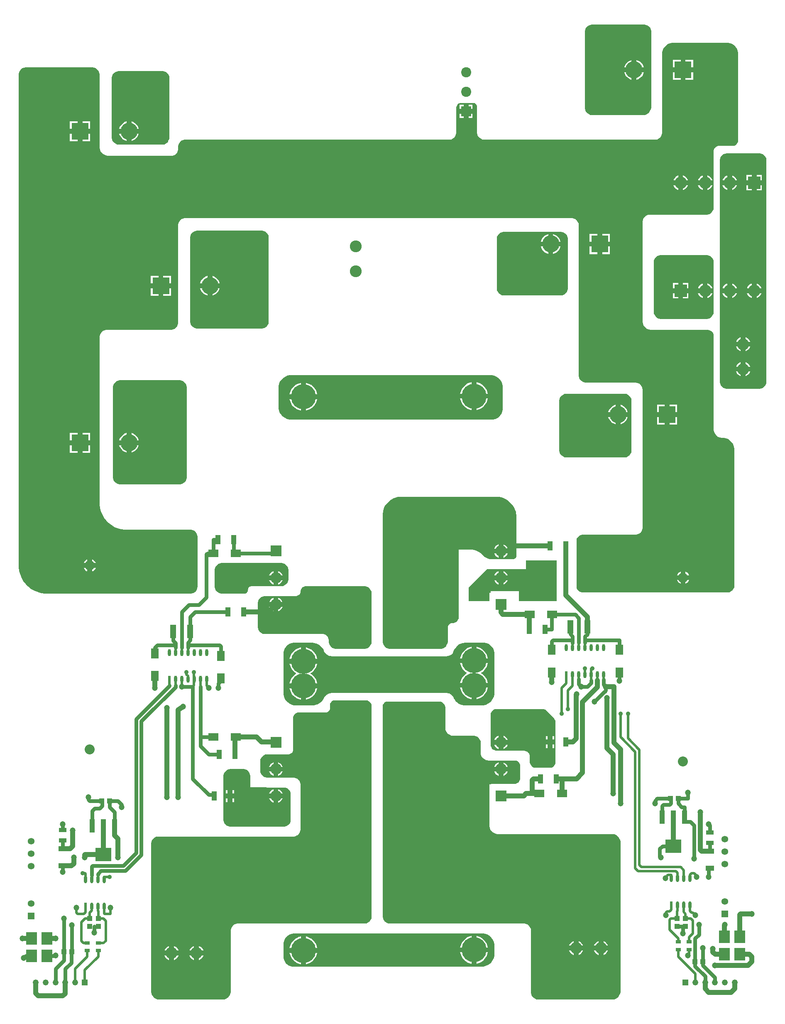
<source format=gtl>
G04 Layer_Physical_Order=1*
G04 Layer_Color=255*
%FSLAX44Y44*%
%MOMM*%
G71*
G01*
G75*
%ADD10R,1.7500X1.1000*%
%ADD11O,0.6000X1.5500*%
%ADD12R,0.6000X1.5500*%
%ADD13R,2.0000X1.5500*%
%ADD14R,1.5500X2.0000*%
%ADD15R,3.3000X2.7000*%
%ADD16R,1.0000X2.7000*%
%ADD17R,2.1844X2.5970*%
%ADD18R,1.0000X1.1000*%
%ADD19R,1.1000X1.0000*%
%ADD20R,1.1500X2.8000*%
%ADD21R,1.0500X0.8000*%
%ADD22R,1.5000X0.9000*%
%ADD23R,1.1000X1.8500*%
%ADD24R,0.6000X1.4500*%
%ADD25O,0.6000X1.4500*%
%ADD26C,0.5000*%
%ADD27C,0.7500*%
%ADD28C,1.0000*%
%ADD29C,2.0566*%
%ADD30R,2.0566X2.0566*%
%ADD31C,1.3600*%
%ADD32R,1.3600X1.3600*%
%ADD33C,2.5000*%
%ADD34R,2.5000X2.5000*%
%ADD35C,1.2192*%
%ADD36R,1.2192X1.2192*%
%ADD37R,2.3000X2.3000*%
%ADD38C,2.3000*%
%ADD39R,3.5000X3.5000*%
%ADD40C,3.5000*%
%ADD41C,5.1000*%
%ADD42C,2.0320*%
%ADD43C,2.4130*%
%ADD44C,0.9000*%
%ADD45C,1.2000*%
G36*
X1480000Y1800000D02*
X1545000Y1800000D01*
X1545000Y1799999D01*
X1545000Y1800000D01*
X1546478Y1800000D01*
X1549375Y1799423D01*
X1552105Y1798292D01*
X1554562Y1796651D01*
X1556651Y1794562D01*
X1558293Y1792105D01*
X1559423Y1789375D01*
X1560000Y1786478D01*
Y1785000D01*
X1560000Y1335000D01*
X1560000Y1335000D01*
X1560000Y1333522D01*
X1559423Y1330624D01*
X1558293Y1327895D01*
X1556651Y1325438D01*
X1554562Y1323349D01*
X1552105Y1321707D01*
X1549375Y1320576D01*
X1546477Y1320000D01*
X1545000Y1320000D01*
X1480000Y1320000D01*
X1480000Y1320000D01*
X1478522Y1320000D01*
X1475625Y1320576D01*
X1472895Y1321707D01*
X1470438Y1323349D01*
X1468349Y1325438D01*
X1466707Y1327895D01*
X1465576Y1330625D01*
X1465000Y1333523D01*
Y1335000D01*
X1465000Y1783804D01*
X1465000Y1785000D01*
X1465000Y1785000D01*
X1465000Y1785000D01*
X1465000Y1786477D01*
X1465576Y1789375D01*
X1466707Y1792105D01*
X1468349Y1794562D01*
X1470438Y1796651D01*
X1472895Y1798293D01*
X1475625Y1799424D01*
X1478522Y1800000D01*
X1480000Y1800000D01*
D02*
G37*
G36*
X362500Y1337500D02*
X363977D01*
X366875Y1336924D01*
X369605Y1335793D01*
X372062Y1334151D01*
X374151Y1332062D01*
X375793Y1329605D01*
X376923Y1326875D01*
X377500Y1323977D01*
Y1322500D01*
X377500D01*
X377500Y1322500D01*
X377500Y1140000D01*
X377500Y1138522D01*
X376923Y1135624D01*
X375793Y1132895D01*
X374151Y1130438D01*
X372062Y1128349D01*
X369605Y1126707D01*
X366875Y1125576D01*
X363977Y1125000D01*
X362500Y1125000D01*
X362500Y1125000D01*
Y1125000D01*
X242500Y1125000D01*
X241023Y1125000D01*
X238125Y1125576D01*
X235395Y1126707D01*
X232938Y1128349D01*
X230849Y1130438D01*
X229207Y1132895D01*
X228076Y1135624D01*
X227500Y1138522D01*
Y1140000D01*
X227500Y1140000D01*
X227500Y1322500D01*
X227500Y1323977D01*
X228076Y1326875D01*
X229207Y1329605D01*
X230849Y1332062D01*
X232938Y1334151D01*
X235395Y1335793D01*
X238125Y1336924D01*
X241022Y1337500D01*
X242500Y1337500D01*
X242500Y1337500D01*
X362500Y1337500D01*
D02*
G37*
G36*
X492500Y545000D02*
X492500Y545000D01*
X492500Y545000D01*
X493977Y545000D01*
X496875Y544423D01*
X499605Y543293D01*
X502062Y541651D01*
X504151Y539562D01*
X505793Y537105D01*
X506923Y534375D01*
X507500Y531477D01*
X507500Y507500D01*
X540039D01*
X541023Y507403D01*
X541023Y507403D01*
X541023Y507403D01*
X542501Y507403D01*
X576962Y507403D01*
X579375Y506923D01*
X582105Y505793D01*
X584562Y504151D01*
X586651Y502062D01*
X588293Y499605D01*
X589423Y496875D01*
X589903Y494464D01*
X589903Y440537D01*
X589423Y438124D01*
X588293Y435395D01*
X586651Y432938D01*
X584562Y430849D01*
X582105Y429207D01*
X579375Y428076D01*
X576965Y427597D01*
X465536Y427597D01*
X463125Y428076D01*
X460395Y429207D01*
X457938Y430849D01*
X455849Y432938D01*
X454207Y435395D01*
X453076Y438125D01*
X452500Y441023D01*
X452500Y442500D01*
X452500Y530000D01*
X452500Y530000D01*
X452500Y530000D01*
X452500Y531477D01*
X453076Y534375D01*
X454207Y537105D01*
X455849Y539562D01*
X457938Y541651D01*
X460395Y543293D01*
X463125Y544423D01*
X466023Y545000D01*
X467500D01*
X492500Y545000D01*
D02*
G37*
G36*
X1270000Y1310000D02*
X1271477Y1310000D01*
X1274375Y1309423D01*
X1277105Y1308293D01*
X1279562Y1306651D01*
X1281651Y1304562D01*
X1283293Y1302105D01*
X1284423Y1299375D01*
X1285000Y1296477D01*
X1285000Y1295000D01*
X1285000Y1295000D01*
X1285000Y1295000D01*
X1285000Y1195000D01*
Y1193523D01*
X1284424Y1190625D01*
X1283293Y1187895D01*
X1281651Y1185438D01*
X1279562Y1183349D01*
X1277105Y1181707D01*
X1274375Y1180576D01*
X1271477Y1180000D01*
X1270000D01*
X1152500Y1180000D01*
X1151022D01*
X1148125Y1180576D01*
X1145395Y1181707D01*
X1142938Y1183349D01*
X1140849Y1185438D01*
X1139207Y1187895D01*
X1138076Y1190625D01*
X1137500Y1193523D01*
X1137500Y1195000D01*
X1137500Y1195000D01*
X1137500Y1295000D01*
X1137500Y1296477D01*
X1138076Y1299375D01*
X1139207Y1302105D01*
X1140849Y1304562D01*
X1142938Y1306651D01*
X1145395Y1308293D01*
X1148124Y1309423D01*
X1151022Y1310000D01*
X1152500Y1310000D01*
X1152500Y1310000D01*
X1270000Y1310000D01*
D02*
G37*
G36*
X1132500Y887500D02*
X1055000D01*
Y907500D01*
X997500D01*
Y903750D01*
X995000D01*
Y887500D01*
X952597D01*
Y915097D01*
X990000Y952500D01*
X995525D01*
X996506Y952403D01*
X996506D01*
X996506D01*
X1042499D01*
X1043238Y952403D01*
X1043238Y952403D01*
X1043239Y952403D01*
X1044221Y952500D01*
X1070000Y952500D01*
Y970000D01*
X1132500D01*
Y887500D01*
D02*
G37*
G36*
X1370000Y2025000D02*
X1480000Y2025000D01*
X1480000Y2025000D01*
X1480000Y2025000D01*
X1482216Y2025000D01*
X1486564Y2024136D01*
X1490659Y2022440D01*
X1494344Y2019978D01*
X1497478Y2016844D01*
X1499940Y2013159D01*
X1501636Y2009063D01*
X1502500Y2004716D01*
X1502500Y2002500D01*
X1502500Y1827500D01*
X1502500Y1827500D01*
Y1826269D01*
X1502019Y1823854D01*
X1501077Y1821579D01*
X1499709Y1819532D01*
X1497968Y1817791D01*
X1495921Y1816423D01*
X1493646Y1815480D01*
X1491231Y1815000D01*
X1462500Y1815000D01*
X1462500Y1815000D01*
X1461520Y1814952D01*
X1459597Y1814569D01*
X1457786Y1813819D01*
X1456156Y1812730D01*
X1454770Y1811344D01*
X1453681Y1809714D01*
X1452931Y1807903D01*
X1452548Y1805980D01*
X1452500Y1805000D01*
X1452500Y1802500D01*
X1452500Y1690000D01*
X1452500Y1690000D01*
X1452500Y1688522D01*
X1451923Y1685625D01*
X1450793Y1682895D01*
X1449151Y1680438D01*
X1447062Y1678349D01*
X1444605Y1676707D01*
X1441875Y1675576D01*
X1438977Y1675000D01*
X1437500Y1675000D01*
X1322500Y1675000D01*
X1322500Y1675000D01*
X1321029Y1674928D01*
X1318145Y1674354D01*
X1315429Y1673229D01*
X1312984Y1671595D01*
X1310905Y1669516D01*
X1309271Y1667071D01*
X1308146Y1664355D01*
X1307572Y1661471D01*
X1307500Y1660000D01*
X1307500Y1457500D01*
X1307584Y1455784D01*
X1308253Y1452419D01*
X1309566Y1449250D01*
X1311472Y1446397D01*
X1313898Y1443972D01*
X1316750Y1442066D01*
X1319920Y1440753D01*
X1323284Y1440084D01*
X1325000Y1440000D01*
X1440000Y1440000D01*
X1440000Y1440000D01*
X1440000Y1440000D01*
X1441231Y1440000D01*
X1443646Y1439520D01*
X1445922Y1438578D01*
X1447969Y1437210D01*
X1449710Y1435469D01*
X1451078Y1433421D01*
X1452020Y1431146D01*
X1452500Y1428731D01*
X1452500Y1427500D01*
X1452500Y1237500D01*
X1452584Y1235784D01*
X1453252Y1232419D01*
X1454565Y1229249D01*
X1456471Y1226397D01*
X1458897Y1223971D01*
X1461750Y1222065D01*
X1464919Y1220752D01*
X1468285Y1220084D01*
X1470000Y1220000D01*
X1470000Y1220000D01*
X1470000Y1220000D01*
X1472462Y1220001D01*
X1477293Y1219041D01*
X1481844Y1217157D01*
X1485939Y1214421D01*
X1489422Y1210939D01*
X1492157Y1206844D01*
X1494041Y1202293D01*
X1495001Y1197463D01*
X1495000Y1195000D01*
X1495000Y1185000D01*
X1495000Y919986D01*
X1495000Y919986D01*
Y918472D01*
X1494408Y915503D01*
X1493248Y912706D01*
X1491564Y910190D01*
X1489422Y908051D01*
X1486902Y906372D01*
X1484104Y905217D01*
X1481133Y904631D01*
X1479619Y904634D01*
X1184805Y905181D01*
X1183592Y905183D01*
X1181214Y905660D01*
X1178974Y906591D01*
X1176959Y907941D01*
X1175245Y909658D01*
X1173899Y911676D01*
X1172972Y913917D01*
X1172500Y916296D01*
X1172500Y917509D01*
X1172500Y1010000D01*
X1172500Y1010000D01*
X1172500D01*
X1172500Y1011232D01*
X1172979Y1013647D01*
X1173921Y1015922D01*
X1175289Y1017970D01*
X1177030Y1019712D01*
X1179078Y1021080D01*
X1181354Y1022021D01*
X1183769Y1022501D01*
X1185001Y1022501D01*
X1291229Y1022500D01*
X1292499Y1022500D01*
Y1022500D01*
X1293970Y1022571D01*
X1296855Y1023144D01*
X1299572Y1024269D01*
X1302017Y1025903D01*
X1304097Y1027982D01*
X1305730Y1030428D01*
X1306855Y1033145D01*
X1307428Y1036030D01*
X1307500Y1037500D01*
X1307500Y1317500D01*
X1307500Y1317500D01*
X1307500Y1317500D01*
X1307428Y1318970D01*
X1306855Y1321855D01*
X1305730Y1324572D01*
X1304096Y1327017D01*
X1302017Y1329096D01*
X1299572Y1330730D01*
X1296855Y1331855D01*
X1293970Y1332428D01*
X1292500Y1332500D01*
X1192500Y1332500D01*
X1191022Y1332500D01*
X1188124Y1333076D01*
X1185394Y1334207D01*
X1182937Y1335848D01*
X1180848Y1337938D01*
X1179207Y1340394D01*
X1178076Y1343125D01*
X1177500Y1346023D01*
X1177500Y1347500D01*
X1177500Y1652502D01*
X1177500Y1652502D01*
X1177500Y1652502D01*
X1177428Y1653972D01*
X1176855Y1656856D01*
X1175730Y1659572D01*
X1174097Y1662017D01*
X1172017Y1664096D01*
X1169573Y1665730D01*
X1166856Y1666855D01*
X1163972Y1667428D01*
X1162502Y1667500D01*
X375000Y1667500D01*
X375000Y1667500D01*
X373530Y1667428D01*
X370646Y1666854D01*
X367929Y1665729D01*
X365484Y1664095D01*
X363405Y1662016D01*
X361771Y1659571D01*
X360646Y1656854D01*
X360072Y1653970D01*
X360000Y1652500D01*
Y1455000D01*
X360000Y1455000D01*
X360000Y1453522D01*
X359423Y1450624D01*
X358293Y1447895D01*
X356651Y1445438D01*
X354562Y1443349D01*
X352105Y1441707D01*
X349375Y1440576D01*
X346477Y1440000D01*
X345000Y1440000D01*
X215000Y1440000D01*
X214999Y1439999D01*
X213529Y1439927D01*
X210645Y1439353D01*
X207929Y1438228D01*
X205484Y1436595D01*
X203405Y1434515D01*
X201771Y1432071D01*
X200646Y1429354D01*
X200072Y1426470D01*
X200000Y1425000D01*
X200000Y1087514D01*
X200118Y1083916D01*
X201057Y1076781D01*
X202919Y1069830D01*
X205673Y1063182D01*
X209271Y1056950D01*
X213652Y1051240D01*
X218741Y1046152D01*
X224450Y1041771D01*
X230682Y1038173D01*
X237330Y1035419D01*
X244282Y1033557D01*
X251416Y1032618D01*
X255014Y1032500D01*
X385000Y1032500D01*
X385000Y1032500D01*
X385000Y1032500D01*
X386477Y1032500D01*
X389375Y1031924D01*
X392105Y1030794D01*
X394562Y1029152D01*
X396652Y1027063D01*
X398293Y1024606D01*
X399424Y1021876D01*
X400000Y1018978D01*
X400000Y1017500D01*
X400000Y917501D01*
X400000Y917501D01*
X400000Y916024D01*
X399424Y913127D01*
X398294Y910399D01*
X396653Y907943D01*
X394565Y905855D01*
X392109Y904214D01*
X389381Y903083D01*
X386484Y902507D01*
X385007Y902507D01*
X240002Y902499D01*
X92499Y902501D01*
X88730D01*
X81257Y903484D01*
X73977Y905435D01*
X67013Y908320D01*
X60486Y912089D01*
X54506Y916677D01*
X49176Y922007D01*
X44587Y927987D01*
X40819Y934514D01*
X37935Y941478D01*
X35984Y948759D01*
X35000Y956232D01*
X35000Y960001D01*
X35000Y1958804D01*
X35000Y1960000D01*
X35000Y1960000D01*
X35000Y1960000D01*
X35000Y1960000D01*
X35000Y1961477D01*
X35576Y1964375D01*
X36706Y1967106D01*
X38348Y1969563D01*
X40437Y1971652D01*
X42894Y1973294D01*
X45624Y1974424D01*
X48523Y1975000D01*
X50000Y1975000D01*
X185000Y1975000D01*
X185000Y1975000D01*
X185000Y1975000D01*
X186477Y1975000D01*
X189375Y1974424D01*
X192105Y1973293D01*
X194562Y1971652D01*
X196652Y1969562D01*
X198293Y1967105D01*
X199424Y1964375D01*
X200000Y1961477D01*
X200000Y1960000D01*
X200000Y1812499D01*
X200084Y1810783D01*
X200753Y1807419D01*
X202066Y1804249D01*
X203972Y1801397D01*
X206398Y1798971D01*
X209251Y1797065D01*
X212420Y1795753D01*
X215785Y1795084D01*
X217500Y1795000D01*
X346290Y1795000D01*
X347500Y1795000D01*
X347500Y1795000D01*
X348725Y1795060D01*
X351129Y1795538D01*
X353393Y1796476D01*
X355430Y1797838D01*
X357163Y1799570D01*
X358524Y1801608D01*
X359462Y1803871D01*
X359940Y1806275D01*
X360000Y1807500D01*
X360000Y1811304D01*
X360000Y1812500D01*
X360000Y1812500D01*
X360000Y1812500D01*
X360000Y1812500D01*
X360000Y1813977D01*
X360576Y1816875D01*
X361707Y1819605D01*
X363348Y1822062D01*
X365438Y1824151D01*
X367895Y1825793D01*
X370624Y1826924D01*
X373522Y1827500D01*
X375000Y1827500D01*
X912500Y1827500D01*
X912500Y1827500D01*
Y1827500D01*
X913970Y1827572D01*
X916854Y1828146D01*
X919571Y1829271D01*
X922016Y1830905D01*
X924095Y1832984D01*
X925729Y1835429D01*
X926854Y1838146D01*
X927428Y1841030D01*
X927500Y1842500D01*
X927500Y1892500D01*
X927500Y1892500D01*
X927500Y1892500D01*
X927552Y1893748D01*
X927884Y1895417D01*
X928638Y1897237D01*
X929733Y1898875D01*
X931125Y1900267D01*
X932763Y1901362D01*
X934583Y1902116D01*
X936515Y1902500D01*
X962500Y1902500D01*
X962500Y1902500D01*
X962500Y1902500D01*
X962501D01*
X963670Y1902414D01*
X964688Y1902212D01*
X966052Y1901646D01*
X967281Y1900825D01*
X968326Y1899781D01*
X969146Y1898552D01*
X969712Y1897188D01*
X970000Y1895739D01*
X970000Y1842500D01*
X970072Y1841030D01*
X970646Y1838146D01*
X971771Y1835429D01*
X973405Y1832984D01*
X975484Y1830905D01*
X977929Y1829271D01*
X980646Y1828146D01*
X983530Y1827572D01*
X985000Y1827500D01*
X1331227Y1827500D01*
X1332497Y1827500D01*
X1332500Y1827500D01*
Y1827500D01*
X1333968Y1827572D01*
X1336853Y1828144D01*
X1339570Y1829269D01*
X1342016Y1830902D01*
X1344096Y1832982D01*
X1345730Y1835427D01*
X1346855Y1838145D01*
X1347428Y1841030D01*
X1347500Y1842500D01*
X1347500Y2001300D01*
X1347500Y2002496D01*
X1347500Y2002497D01*
X1347500Y2002497D01*
X1347499Y2004713D01*
X1348363Y2009061D01*
X1350058Y2013156D01*
X1352520Y2016842D01*
X1355654Y2019977D01*
X1359340Y2022440D01*
X1363436Y2024136D01*
X1367783Y2025000D01*
X1370000Y2025000D01*
D02*
G37*
G36*
X240000Y1967500D02*
X327500Y1967500D01*
X327500Y1967500D01*
X327500Y1967500D01*
X328977Y1967500D01*
X331875Y1966924D01*
X334605Y1965793D01*
X337062Y1964151D01*
X339151Y1962062D01*
X340793Y1959605D01*
X341923Y1956875D01*
X342500Y1953977D01*
X342500Y1952500D01*
X342500Y1832500D01*
X342500Y1832500D01*
X342500Y1831022D01*
X342284Y1829938D01*
X341283Y1828065D01*
X341283Y1828064D01*
X340152Y1825334D01*
X340152Y1825334D01*
X339653Y1823689D01*
X339151Y1822938D01*
X337062Y1820849D01*
X334605Y1819207D01*
X331875Y1818076D01*
X328977Y1817500D01*
X327500Y1817500D01*
X240000Y1817500D01*
X238522D01*
X235625Y1818076D01*
X232895Y1819207D01*
X230438Y1820849D01*
X228349Y1822938D01*
X226707Y1825395D01*
X225576Y1828125D01*
X225000Y1831023D01*
Y1832500D01*
X225000Y1951303D01*
X225000Y1952500D01*
X225000Y1952500D01*
X225000Y1952500D01*
X225000Y1952500D01*
X225000Y1953977D01*
X225576Y1956875D01*
X226707Y1959605D01*
X228349Y1962062D01*
X230438Y1964151D01*
X232895Y1965793D01*
X235625Y1966924D01*
X238523Y1967500D01*
X240000Y1967500D01*
D02*
G37*
G36*
X744375Y916925D02*
X747105Y915794D01*
X749563Y914153D01*
X751652Y912063D01*
X753294Y909606D01*
X754424Y906876D01*
X755000Y903978D01*
X755000Y902501D01*
X755000Y820000D01*
X755000Y805000D01*
X755000Y805000D01*
Y803522D01*
X754423Y800624D01*
X753292Y797895D01*
X751651Y795438D01*
X749562Y793349D01*
X747105Y791707D01*
X744375Y790576D01*
X741477Y790000D01*
X740000D01*
X682500Y790000D01*
X681022Y790000D01*
X678124Y790576D01*
X675394Y791706D01*
X672937Y793348D01*
X670848Y795437D01*
X669206Y797894D01*
X668076Y800624D01*
X667500Y803522D01*
X667500Y805000D01*
X667500Y807500D01*
X667500Y807500D01*
X667500Y807500D01*
X667440Y808725D01*
X666962Y811128D01*
X666024Y813392D01*
X664663Y815430D01*
X662931Y817163D01*
X660893Y818524D01*
X658629Y819462D01*
X656226Y819940D01*
X655000Y820000D01*
X537500Y820000D01*
X537500Y820000D01*
X536022Y820000D01*
X533124Y820576D01*
X530394Y821707D01*
X527937Y823348D01*
X525848Y825438D01*
X524207Y827895D01*
X523076Y830625D01*
X522500Y833523D01*
X522500Y835000D01*
X522500Y881303D01*
X522500Y882500D01*
X522500Y882500D01*
X522500Y882500D01*
X522500Y883977D01*
X523076Y886875D01*
X524207Y889605D01*
X525849Y892062D01*
X527938Y894151D01*
X530395Y895793D01*
X533125Y896923D01*
X536023Y897500D01*
X537500Y897500D01*
X600000Y897500D01*
X600980Y897548D01*
X601230Y897598D01*
X602903Y897931D01*
X604714Y898681D01*
X606344Y899770D01*
X607730Y901156D01*
X608819Y902786D01*
X609569Y904597D01*
X609952Y906520D01*
X610000Y907500D01*
X610000Y908485D01*
X610384Y910417D01*
X611138Y912237D01*
X612233Y913875D01*
X613625Y915267D01*
X615263Y916362D01*
X617083Y917116D01*
X619015Y917500D01*
X620000Y917500D01*
X739999Y917500D01*
X739999Y917500D01*
Y917500D01*
X741477Y917500D01*
X744375Y916925D01*
D02*
G37*
G36*
X989063Y801636D02*
X993158Y799940D01*
X996843Y797477D01*
X999977Y794343D01*
X1002440Y790658D01*
X1004136Y786563D01*
X1005000Y782216D01*
X1005000Y780000D01*
X1005000Y700000D01*
X1005000Y700000D01*
X1005000Y697537D01*
X1004039Y692708D01*
X1002154Y688158D01*
X999418Y684063D01*
X995936Y680581D01*
X991842Y677845D01*
X987292Y675961D01*
X982462Y675000D01*
X980000Y675000D01*
X943159D01*
X939517Y675539D01*
X935993Y676606D01*
X932664Y678178D01*
X929601Y680220D01*
X926870Y682689D01*
X924530Y685531D01*
X922631Y688685D01*
X921923Y690385D01*
X921923D01*
X921923Y690385D01*
X921919Y690394D01*
X921443Y691428D01*
X921411Y691479D01*
X920259Y693394D01*
X918801Y695165D01*
X917098Y696704D01*
X915189Y697977D01*
X913114Y698957D01*
X910917Y699622D01*
X908647Y699958D01*
X907500Y700000D01*
X674167Y700000D01*
X674167Y700000D01*
X672640Y699939D01*
X669625Y699449D01*
X666728Y698484D01*
X664023Y697066D01*
X661580Y695234D01*
X659462Y693034D01*
X657723Y690523D01*
X656410Y687766D01*
X655923Y686317D01*
X655923Y686317D01*
X655074Y685019D01*
X653068Y682652D01*
X650784Y680551D01*
X648258Y678749D01*
X645529Y677272D01*
X642638Y676145D01*
X639630Y675384D01*
X636551Y675000D01*
X635000D01*
X600000Y675000D01*
X599999Y675001D01*
X597537D01*
X592707Y675962D01*
X588157Y677846D01*
X584063Y680582D01*
X580581Y684064D01*
X577845Y688159D01*
X575961Y692708D01*
X575000Y697538D01*
Y700000D01*
X575000Y778803D01*
X575000Y779999D01*
X575000Y779999D01*
X575000Y779999D01*
X575000Y782215D01*
X575864Y786562D01*
X577560Y790657D01*
X580022Y794343D01*
X583156Y797477D01*
X586842Y799939D01*
X590937Y801636D01*
X595284Y802500D01*
X597500Y802500D01*
X632500Y802499D01*
X632500Y802499D01*
X632500Y802499D01*
X634391Y802500D01*
X638138Y801982D01*
X641779Y800956D01*
X645245Y799441D01*
X648471Y797467D01*
X651397Y795069D01*
X653966Y792292D01*
X656131Y789191D01*
X656992Y787507D01*
X657399Y786190D01*
X658531Y783679D01*
X660057Y781386D01*
X661937Y779373D01*
X664120Y777693D01*
X666548Y776393D01*
X669155Y775506D01*
X671873Y775056D01*
X673250Y775000D01*
X907778Y775000D01*
X908907Y775043D01*
X909023Y775060D01*
X911141Y775383D01*
X913297Y776057D01*
X915328Y777048D01*
X917185Y778334D01*
X918828Y779886D01*
X920217Y781667D01*
X921301Y783600D01*
X921322Y783638D01*
X921760Y784680D01*
X921760Y784680D01*
X921760Y784680D01*
X922494Y786632D01*
X924534Y790270D01*
X927100Y793559D01*
X930132Y796423D01*
X933561Y798798D01*
X937309Y800628D01*
X941291Y801871D01*
X945414Y802500D01*
X947500Y802500D01*
X982500Y802500D01*
X982500Y802500D01*
X982500Y802500D01*
X984716Y802500D01*
X989063Y801636D01*
D02*
G37*
G36*
X892502Y682500D02*
X893733Y682500D01*
X896148Y682020D01*
X898422Y681077D01*
X900469Y679710D01*
X902210Y677969D01*
X903577Y675922D01*
X904520Y673647D01*
X905000Y671233D01*
X905000Y670002D01*
X905000Y670002D01*
X905000Y670002D01*
X905000Y630000D01*
X905084Y628285D01*
X905753Y624920D01*
X907066Y621750D01*
X908972Y618898D01*
X911398Y616472D01*
X914250Y614566D01*
X917420Y613254D01*
X920785Y612584D01*
X922500Y612500D01*
X962500Y612500D01*
X963977Y612500D01*
X966875Y611924D01*
X969605Y610793D01*
X972062Y609151D01*
X974151Y607062D01*
X975793Y604605D01*
X976924Y601875D01*
X977500Y598977D01*
X977500Y597500D01*
X977500Y597500D01*
X977500Y597500D01*
Y577500D01*
X977572Y576030D01*
X978146Y573146D01*
X979271Y570429D01*
X980905Y567984D01*
X982984Y565905D01*
X985429Y564271D01*
X988146Y563146D01*
X991030Y562572D01*
X992500Y562500D01*
X1047500D01*
X1048485Y562500D01*
X1050417Y562116D01*
X1052237Y561362D01*
X1053875Y560268D01*
X1055268Y558875D01*
X1056362Y557237D01*
X1057116Y555417D01*
X1057457Y553700D01*
X1057500Y552505D01*
Y552500D01*
X1057500Y552500D01*
X1057500Y552500D01*
X1057500Y525000D01*
X1057500Y524015D01*
X1057116Y522083D01*
X1056362Y520263D01*
X1055268Y518625D01*
X1053875Y517232D01*
X1052237Y516138D01*
X1050417Y515384D01*
X1048485Y515000D01*
X1047500Y515000D01*
X999999D01*
X999024Y514904D01*
X997222Y514158D01*
X996813Y513750D01*
X995000D01*
Y510001D01*
X995000Y510000D01*
Y430000D01*
X995084Y428285D01*
X995753Y424920D01*
X997066Y421750D01*
X998972Y418898D01*
X1001398Y416472D01*
X1004250Y414566D01*
X1007420Y413254D01*
X1010785Y412584D01*
X1012500Y412500D01*
X1245000Y412500D01*
X1246723Y412500D01*
X1250105Y411828D01*
X1253289Y410509D01*
X1256156Y408594D01*
X1258593Y406156D01*
X1260508Y403290D01*
X1261828Y400105D01*
X1262500Y396724D01*
X1262500Y395000D01*
X1262500Y395000D01*
X1262500Y395000D01*
X1262500Y230000D01*
X1262500Y92500D01*
X1262500Y90776D01*
X1261828Y87395D01*
X1260509Y84210D01*
X1258593Y81344D01*
X1256156Y78906D01*
X1253289Y76991D01*
X1250105Y75672D01*
X1246723Y75000D01*
X1245000Y75000D01*
X1095000Y75000D01*
X1093523D01*
X1090624Y75576D01*
X1087895Y76707D01*
X1085438Y78349D01*
X1083348Y80438D01*
X1081707Y82895D01*
X1080576Y85625D01*
X1080000Y88523D01*
X1080000Y90000D01*
X1079999Y215000D01*
X1079927Y216471D01*
X1079354Y219354D01*
X1078228Y222071D01*
X1076595Y224516D01*
X1074516Y226595D01*
X1072071Y228229D01*
X1069354Y229354D01*
X1066470Y229928D01*
X1065000Y230000D01*
X1065000Y230000D01*
X1065000Y230000D01*
X792500Y230000D01*
X791023Y230000D01*
X788125Y230576D01*
X785395Y231707D01*
X782938Y233349D01*
X780849Y235438D01*
X779207Y237895D01*
X778076Y240625D01*
X777500Y243522D01*
Y245000D01*
Y672500D01*
X777500Y673485D01*
X777884Y675417D01*
X778638Y677237D01*
X779732Y678875D01*
X781125Y680267D01*
X782763Y681362D01*
X784583Y682115D01*
X786515Y682500D01*
X787500Y682500D01*
X787500Y682500D01*
X892502Y682500D01*
D02*
G37*
G36*
X746146Y684520D02*
X748421Y683577D01*
X750468Y682209D01*
X752209Y680468D01*
X753577Y678420D01*
X754519Y676145D01*
X754999Y673730D01*
X754999Y672499D01*
X754999Y672499D01*
X755000Y672499D01*
X755000Y660000D01*
Y527500D01*
X755000Y245000D01*
X755000Y243522D01*
X754424Y240624D01*
X753293Y237894D01*
X751652Y235438D01*
X749562Y233348D01*
X747105Y231707D01*
X744375Y230576D01*
X741477Y230000D01*
X740000Y230000D01*
X482500Y230000D01*
X481030Y229928D01*
X478146Y229354D01*
X475429Y228229D01*
X472984Y226595D01*
X470905Y224516D01*
X469271Y222071D01*
X468146Y219354D01*
X467572Y216470D01*
X467500Y215000D01*
X467500Y215000D01*
X467500Y215000D01*
X467500Y92500D01*
X467500Y90776D01*
X466827Y87395D01*
X465508Y84210D01*
X463593Y81344D01*
X461156Y78907D01*
X458289Y76992D01*
X455104Y75672D01*
X451724Y75000D01*
X450000Y75000D01*
X450000Y75000D01*
X450000Y75000D01*
X322500Y75000D01*
X320776Y75000D01*
X317395Y75672D01*
X314211Y76992D01*
X311344Y78907D01*
X308907Y81344D01*
X306992Y84211D01*
X305672Y87395D01*
X305000Y90776D01*
Y92500D01*
X305000Y92500D01*
X305000Y230000D01*
Y392500D01*
Y393977D01*
X305576Y396875D01*
X306707Y399605D01*
X308349Y402062D01*
X310438Y404151D01*
X312895Y405793D01*
X315625Y406923D01*
X318523Y407500D01*
X320000D01*
X320000Y407500D01*
X595000Y407500D01*
X596470Y407572D01*
X599354Y408146D01*
X602071Y409271D01*
X604516Y410905D01*
X606595Y412984D01*
X608229Y415429D01*
X609354Y418146D01*
X609928Y421030D01*
X610000Y422500D01*
X610000Y422500D01*
X610000Y512501D01*
X609928Y513971D01*
X609355Y516855D01*
X608229Y519572D01*
X606596Y522017D01*
X604516Y524096D01*
X602071Y525730D01*
X599355Y526855D01*
X596470Y527428D01*
X595000Y527500D01*
X595000Y527500D01*
X595000Y527500D01*
X542500Y527500D01*
X541023Y527500D01*
X538125Y528076D01*
X535395Y529207D01*
X532938Y530849D01*
X530849Y532938D01*
X529207Y535395D01*
X528076Y538125D01*
X527500Y541023D01*
X527500Y542500D01*
X527500Y560000D01*
X527500Y561478D01*
X528077Y564375D01*
X529207Y567105D01*
X530849Y569562D01*
X532938Y571651D01*
X535395Y573293D01*
X538125Y574424D01*
X541023Y575000D01*
X542500D01*
X542500Y575000D01*
X585000Y575000D01*
X585980Y575048D01*
X587903Y575430D01*
X589714Y576181D01*
X591344Y577270D01*
X592730Y578656D01*
X593819Y580286D01*
X594569Y582097D01*
X594952Y584020D01*
X595000Y585000D01*
X595000Y585000D01*
X595000Y650000D01*
X595000Y650985D01*
X595384Y652917D01*
X596138Y654736D01*
X597232Y656374D01*
X598625Y657767D01*
X600263Y658861D01*
X602082Y659615D01*
X604014Y659999D01*
X604999Y659999D01*
X604999Y659999D01*
X660000Y660000D01*
X660980Y660048D01*
X662902Y660431D01*
X664713Y661181D01*
X666343Y662270D01*
X667729Y663656D01*
X668818Y665285D01*
X669568Y667096D01*
X669950Y669019D01*
X669999Y669999D01*
X670000Y670000D01*
X670000Y674999D01*
X670000Y675984D01*
X670384Y677916D01*
X671138Y679736D01*
X672232Y681374D01*
X673625Y682767D01*
X675263Y683861D01*
X677083Y684615D01*
X679015Y684999D01*
X680000Y684999D01*
X680000Y685000D01*
X742500Y685000D01*
X743731Y685000D01*
X746146Y684520D01*
D02*
G37*
G36*
X1101464Y667500D02*
X1101464Y667500D01*
X1101464Y667500D01*
X1102899Y667500D01*
X1105715Y666940D01*
X1108366Y665842D01*
X1110753Y664247D01*
X1125732Y649268D01*
X1125732Y649268D01*
X1125732Y649268D01*
X1126747Y648253D01*
X1128342Y645866D01*
X1129440Y643215D01*
X1130000Y640400D01*
X1130000Y638965D01*
X1130000Y582500D01*
X1130000Y560000D01*
X1130000Y560000D01*
Y558769D01*
X1129519Y556354D01*
X1128577Y554079D01*
X1127209Y552032D01*
X1125468Y550291D01*
X1123421Y548923D01*
X1121146Y547980D01*
X1118731Y547500D01*
X1117500D01*
X1090000Y547500D01*
X1089999Y547500D01*
X1088768D01*
X1086354Y547980D01*
X1084079Y548923D01*
X1082031Y550291D01*
X1080290Y552032D01*
X1078923Y554079D01*
X1077980Y556354D01*
X1077500Y558769D01*
X1077500Y560000D01*
Y570000D01*
X1077500Y570000D01*
X1077500Y570000D01*
X1077439Y571225D01*
X1076962Y573628D01*
X1076024Y575892D01*
X1074662Y577930D01*
X1072930Y579662D01*
X1070892Y581024D01*
X1068628Y581962D01*
X1066225Y582440D01*
X1065000Y582500D01*
X1049469Y582500D01*
X1048484Y582597D01*
X1048483Y582597D01*
X1048483Y582597D01*
X1047498Y582597D01*
X1008282D01*
X1006354Y582980D01*
X1004079Y583923D01*
X1002031Y585290D01*
X1000290Y587032D01*
X998923Y589079D01*
X997980Y591354D01*
X997597Y593282D01*
Y597500D01*
X997597Y597502D01*
X997597Y598976D01*
X997500Y599958D01*
X997500Y655000D01*
X997500Y656231D01*
X997980Y658646D01*
X998923Y660921D01*
X1000291Y662968D01*
X1002032Y664709D01*
X1004079Y666077D01*
X1006354Y667020D01*
X1008769Y667500D01*
X1010000D01*
X1101464Y667500D01*
D02*
G37*
G36*
X1345000Y1592500D02*
X1437500D01*
X1437500Y1592500D01*
X1437500Y1592500D01*
X1438977D01*
X1441875Y1591924D01*
X1444605Y1590793D01*
X1447062Y1589151D01*
X1449151Y1587062D01*
X1450793Y1584605D01*
X1451923Y1581875D01*
X1452500Y1578977D01*
Y1577500D01*
X1452500Y1477500D01*
X1452500Y1477500D01*
Y1476022D01*
X1451923Y1473125D01*
X1450793Y1470395D01*
X1449151Y1467938D01*
X1447062Y1465849D01*
X1444605Y1464207D01*
X1441875Y1463076D01*
X1438977Y1462500D01*
X1437500Y1462500D01*
X1345000Y1462500D01*
X1343523Y1462500D01*
X1340625Y1463076D01*
X1337895Y1464207D01*
X1335438Y1465849D01*
X1333349Y1467938D01*
X1331707Y1470395D01*
X1330576Y1473125D01*
X1330000Y1476023D01*
Y1477500D01*
X1330000Y1576304D01*
X1330000Y1577500D01*
X1330000Y1577500D01*
X1330000Y1577500D01*
X1330000Y1577500D01*
X1330000Y1578977D01*
X1330576Y1581875D01*
X1331707Y1584605D01*
X1333349Y1587062D01*
X1335438Y1589151D01*
X1337895Y1590793D01*
X1340625Y1591924D01*
X1343523Y1592500D01*
X1345000Y1592500D01*
D02*
G37*
G36*
X534375Y1641924D02*
X537105Y1640793D01*
X539562Y1639151D01*
X541651Y1637062D01*
X543293Y1634605D01*
X544423Y1631875D01*
X545000Y1628977D01*
X545000Y1627500D01*
X545000D01*
X545000Y1457500D01*
Y1456022D01*
X544423Y1453125D01*
X543293Y1450395D01*
X541651Y1447938D01*
X539562Y1445849D01*
X537105Y1444207D01*
X534375Y1443076D01*
X531477Y1442500D01*
X530000D01*
X530000Y1442500D01*
X530000Y1442500D01*
X400000Y1442500D01*
X398523Y1442500D01*
X395625Y1443076D01*
X392895Y1444207D01*
X390438Y1445849D01*
X388349Y1447938D01*
X386707Y1450395D01*
X385576Y1453124D01*
X385000Y1456022D01*
X385000Y1457500D01*
X385000Y1457500D01*
X385000Y1627500D01*
X385000Y1628977D01*
X385576Y1631875D01*
X386707Y1634605D01*
X388349Y1637062D01*
X390438Y1639151D01*
X392895Y1640793D01*
X395625Y1641923D01*
X398522Y1642500D01*
X400000Y1642500D01*
X400000Y1642500D01*
X530000Y1642500D01*
X531477D01*
X534375Y1641924D01*
D02*
G37*
G36*
X1144375Y1639424D02*
X1147105Y1638293D01*
X1149562Y1636651D01*
X1151651Y1634562D01*
X1153293Y1632105D01*
X1154424Y1629375D01*
X1155000Y1626477D01*
X1155000Y1625000D01*
X1155000Y1625000D01*
X1155000Y1625000D01*
X1155000Y1525000D01*
Y1523522D01*
X1154423Y1520625D01*
X1153293Y1517895D01*
X1151651Y1515438D01*
X1149562Y1513349D01*
X1147105Y1511707D01*
X1144375Y1510576D01*
X1141477Y1510000D01*
X1140000Y1510000D01*
X1140000Y1510000D01*
Y1510000D01*
X1025000Y1510000D01*
X1023523D01*
X1020625Y1510576D01*
X1017895Y1511707D01*
X1015438Y1513349D01*
X1013349Y1515438D01*
X1011707Y1517895D01*
X1010576Y1520625D01*
X1010000Y1523522D01*
Y1525000D01*
X1010000Y1525000D01*
X1010000Y1625000D01*
X1010000Y1626477D01*
X1010576Y1629375D01*
X1011707Y1632105D01*
X1013349Y1634562D01*
X1015438Y1636651D01*
X1017895Y1638293D01*
X1020624Y1639424D01*
X1023522Y1640000D01*
X1025000Y1640000D01*
X1025000Y1640000D01*
X1140000Y1640000D01*
X1141477Y1640000D01*
X1144375Y1639424D01*
D02*
G37*
G36*
X1010429Y1100000D02*
X1010429Y1100000D01*
X1010429Y1100000D01*
X1012157Y1100000D01*
X1015597Y1099661D01*
X1018987Y1098987D01*
X1022294Y1097984D01*
X1025487Y1096661D01*
X1028536Y1095032D01*
X1031409Y1093112D01*
X1034081Y1090919D01*
X1035303Y1089697D01*
X1039697Y1085303D01*
X1039697Y1085303D01*
X1039697Y1085303D01*
X1039697Y1085303D01*
X1040919Y1084081D01*
X1043111Y1081409D01*
X1045032Y1078536D01*
X1046661Y1075487D01*
X1047984Y1072294D01*
X1048987Y1068987D01*
X1049661Y1065597D01*
X1050000Y1062157D01*
X1050000Y1060429D01*
X1050000Y980000D01*
X1050000Y980000D01*
X1050000Y979261D01*
X1049712Y977812D01*
X1049146Y976447D01*
X1048326Y975219D01*
X1047281Y974174D01*
X1046052Y973354D01*
X1044688Y972788D01*
X1043239Y972500D01*
X1042500Y972500D01*
X996506D01*
X992525Y973292D01*
X988774Y974845D01*
X985399Y977101D01*
X983964Y978536D01*
X980303Y982197D01*
X980303Y982197D01*
X980303Y982197D01*
X979053Y983387D01*
X976384Y985577D01*
X973514Y987495D01*
X970469Y989123D01*
X967280Y990444D01*
X963977Y991446D01*
X960591Y992119D01*
X957155Y992458D01*
X955429Y992500D01*
X932500Y992500D01*
X932500Y855000D01*
X932500Y855000D01*
Y853769D01*
X932019Y851354D01*
X931077Y849079D01*
X929709Y847032D01*
X927968Y845291D01*
X925921Y843923D01*
X923646Y842981D01*
X921231Y842500D01*
X920000D01*
X920000Y842500D01*
X919020Y842452D01*
X917097Y842069D01*
X915286Y841319D01*
X913656Y840230D01*
X912270Y838844D01*
X911181Y837214D01*
X910431Y835403D01*
X910048Y833480D01*
X910000Y832500D01*
X910000Y805000D01*
X910000Y805000D01*
X910000Y803522D01*
X909423Y800624D01*
X908293Y797895D01*
X906651Y795438D01*
X904562Y793348D01*
X902105Y791707D01*
X899375Y790576D01*
X896477Y790000D01*
X895000Y790000D01*
X792500D01*
X792500Y790000D01*
X791022D01*
X788125Y790576D01*
X785395Y791707D01*
X782938Y793349D01*
X780849Y795438D01*
X779207Y797895D01*
X778076Y800625D01*
X777500Y803522D01*
Y805000D01*
Y1062500D01*
X777500Y1062500D01*
X777500Y1062500D01*
Y1064958D01*
X778142Y1069831D01*
X779414Y1074580D01*
X781295Y1079121D01*
X783753Y1083379D01*
X786746Y1087279D01*
X790221Y1090754D01*
X794121Y1093747D01*
X798379Y1096205D01*
X802920Y1098086D01*
X807668Y1099358D01*
X812542Y1100000D01*
X815000D01*
X1010429Y1100000D01*
D02*
G37*
G36*
X1205000Y2062500D02*
X1310000Y2062500D01*
X1310000Y2062500D01*
X1310000Y2062500D01*
X1311477Y2062500D01*
X1314375Y2061924D01*
X1317105Y2060793D01*
X1319562Y2059151D01*
X1321651Y2057062D01*
X1323293Y2054605D01*
X1324424Y2051875D01*
X1325000Y2048977D01*
X1325000Y2047500D01*
Y1895000D01*
X1325000Y1895000D01*
Y1893276D01*
X1324327Y1889895D01*
X1323008Y1886711D01*
X1321093Y1883844D01*
X1318656Y1881407D01*
X1315789Y1879492D01*
X1312605Y1878173D01*
X1309224Y1877500D01*
X1307500D01*
X1205000Y1877500D01*
X1205000Y1877500D01*
X1203522Y1877500D01*
X1200624Y1878076D01*
X1197895Y1879207D01*
X1195438Y1880849D01*
X1193349Y1882938D01*
X1191707Y1885395D01*
X1190576Y1888125D01*
X1190000Y1891022D01*
Y1892500D01*
X1190000Y2046303D01*
X1190000Y2047500D01*
X1190000Y2047500D01*
X1190000Y2047500D01*
X1190000Y2048977D01*
X1190576Y2051875D01*
X1191707Y2054605D01*
X1193348Y2057062D01*
X1195438Y2059151D01*
X1197895Y2060793D01*
X1200624Y2061924D01*
X1203522Y2062500D01*
X1205000Y2062500D01*
D02*
G37*
G36*
X997500Y1347500D02*
X997500Y1347500D01*
X999962D01*
X1004792Y1346539D01*
X1009342Y1344655D01*
X1013437Y1341919D01*
X1016919Y1338436D01*
X1019655Y1334342D01*
X1021539Y1329792D01*
X1022500Y1324962D01*
X1022500Y1322500D01*
X1022500Y1280000D01*
X1022500Y1280000D01*
X1022500Y1277784D01*
X1021635Y1273437D01*
X1019939Y1269342D01*
X1017477Y1265657D01*
X1014343Y1262523D01*
X1010658Y1260061D01*
X1006563Y1258364D01*
X1002216Y1257500D01*
X1000000Y1257500D01*
X590000Y1257500D01*
X590000Y1257500D01*
X587537Y1257500D01*
X582707Y1258461D01*
X578158Y1260345D01*
X574063Y1263081D01*
X570581Y1266563D01*
X567845Y1270658D01*
X565961Y1275208D01*
X565000Y1280038D01*
X565000Y1282500D01*
X565000Y1322500D01*
X565000Y1322500D01*
X565000Y1322500D01*
X565000Y1324962D01*
X565961Y1329792D01*
X567845Y1334342D01*
X570581Y1338436D01*
X574063Y1341919D01*
X578158Y1344655D01*
X582708Y1346539D01*
X587538Y1347500D01*
X590000D01*
X997500Y1347500D01*
X997500Y1347500D01*
D02*
G37*
G36*
X597500Y210000D02*
X980000Y210000D01*
X980000Y210000D01*
Y210000D01*
X982462D01*
X987292Y209039D01*
X991842Y207154D01*
X995937Y204419D01*
X999419Y200936D01*
X1002154Y196842D01*
X1004039Y192292D01*
X1005000Y187462D01*
Y185000D01*
X1005000Y167500D01*
X1005000Y167500D01*
X1005000Y165038D01*
X1004039Y160208D01*
X1002155Y155658D01*
X999419Y151563D01*
X995937Y148081D01*
X991842Y145345D01*
X987292Y143461D01*
X982462Y142500D01*
X980000Y142500D01*
X595000Y142500D01*
X593030Y142500D01*
X589166Y143269D01*
X585526Y144776D01*
X582251Y146965D01*
X579465Y149751D01*
X577276Y153026D01*
X575768Y156666D01*
X575000Y160530D01*
X575000Y162500D01*
X575000Y186304D01*
X575000Y187500D01*
X575000Y187500D01*
X575000Y187500D01*
X575000Y187500D01*
X575000Y189716D01*
X575865Y194063D01*
X577561Y198158D01*
X580023Y201843D01*
X583157Y204977D01*
X586842Y207439D01*
X590937Y209135D01*
X595284Y210000D01*
X597500Y210000D01*
D02*
G37*
G36*
X570000Y965000D02*
X570000Y965000D01*
X571477Y965000D01*
X574375Y964424D01*
X577105Y963293D01*
X579562Y961651D01*
X581651Y959562D01*
X583293Y957105D01*
X584423Y954375D01*
X585000Y951477D01*
X585000Y950000D01*
X585000Y932500D01*
X585000Y932500D01*
Y931023D01*
X584423Y928125D01*
X583293Y925395D01*
X581651Y922938D01*
X579562Y920849D01*
X577105Y919207D01*
X574375Y918076D01*
X571964Y917597D01*
X537501Y917597D01*
X536023Y917597D01*
X536023Y917597D01*
X536023Y917597D01*
X535041Y917500D01*
X510000D01*
X510000Y917500D01*
X509265Y917464D01*
X507823Y917177D01*
X506464Y916614D01*
X505242Y915797D01*
X504202Y914758D01*
X503386Y913535D01*
X502823Y912177D01*
X502536Y910735D01*
X502500Y910000D01*
X502500Y910000D01*
Y909261D01*
X502211Y907812D01*
X501646Y906447D01*
X500825Y905219D01*
X499781Y904174D01*
X498552Y903354D01*
X497188Y902788D01*
X495739Y902500D01*
X450000Y902500D01*
X450000Y902500D01*
X448522Y902500D01*
X445625Y903077D01*
X442895Y904207D01*
X440438Y905849D01*
X438349Y907938D01*
X436707Y910395D01*
X435576Y913125D01*
X435000Y916023D01*
Y917500D01*
X435000Y950000D01*
X435000Y950000D01*
X435000Y950000D01*
X435000Y951477D01*
X435576Y954375D01*
X436707Y957105D01*
X438349Y959562D01*
X440438Y961651D01*
X442895Y963293D01*
X445625Y964423D01*
X448522Y965000D01*
X450000Y965000D01*
X570000Y965000D01*
X570000Y965000D01*
D02*
G37*
%LPC*%
G36*
X1480000Y1735000D02*
X1470319D01*
X1470611Y1734040D01*
X1472050Y1731347D01*
X1473987Y1728987D01*
X1476347Y1727050D01*
X1479040Y1725611D01*
X1480000Y1725319D01*
Y1735000D01*
D02*
G37*
G36*
X1499681D02*
X1490000D01*
Y1725319D01*
X1490960Y1725611D01*
X1493653Y1727050D01*
X1496013Y1728987D01*
X1497950Y1731347D01*
X1499389Y1734040D01*
X1499681Y1735000D01*
D02*
G37*
G36*
X1530000D02*
X1519500D01*
Y1724500D01*
X1530000D01*
Y1735000D01*
D02*
G37*
G36*
X1550500D02*
X1540000D01*
Y1724500D01*
X1550500D01*
Y1735000D01*
D02*
G37*
G36*
X1480000Y1754681D02*
X1479040Y1754389D01*
X1476347Y1752950D01*
X1473987Y1751013D01*
X1472050Y1748653D01*
X1470611Y1745960D01*
X1470319Y1745000D01*
X1480000D01*
Y1754681D01*
D02*
G37*
G36*
X1530000Y1755500D02*
X1519500D01*
Y1745000D01*
X1530000D01*
Y1755500D01*
D02*
G37*
G36*
X1490000Y1754681D02*
Y1745000D01*
X1499681D01*
X1499389Y1745960D01*
X1497950Y1748653D01*
X1496013Y1751013D01*
X1493653Y1752950D01*
X1490960Y1754389D01*
X1490000Y1754681D01*
D02*
G37*
G36*
X1550500Y1755500D02*
X1540000D01*
Y1745000D01*
X1550500D01*
Y1755500D01*
D02*
G37*
G36*
X1526726Y1355000D02*
X1517500D01*
Y1345774D01*
X1518293Y1346014D01*
X1520910Y1347413D01*
X1523204Y1349296D01*
X1525087Y1351590D01*
X1526486Y1354207D01*
X1526726Y1355000D01*
D02*
G37*
G36*
X1507500Y1374226D02*
X1506707Y1373986D01*
X1504090Y1372587D01*
X1501796Y1370704D01*
X1499913Y1368410D01*
X1498514Y1365793D01*
X1498274Y1365000D01*
X1507500D01*
Y1374226D01*
D02*
G37*
G36*
X1517500Y1374226D02*
Y1365000D01*
X1526726D01*
X1526486Y1365793D01*
X1525087Y1368410D01*
X1523204Y1370704D01*
X1520910Y1372587D01*
X1518293Y1373986D01*
X1517500Y1374226D01*
D02*
G37*
G36*
X1507500Y1355000D02*
X1498274D01*
X1498514Y1354207D01*
X1499913Y1351590D01*
X1501796Y1349296D01*
X1504090Y1347413D01*
X1506707Y1346014D01*
X1507500Y1345774D01*
Y1355000D01*
D02*
G37*
G36*
X1490000Y1534681D02*
Y1525000D01*
X1499681D01*
X1499389Y1525960D01*
X1497950Y1528653D01*
X1496013Y1531013D01*
X1493653Y1532950D01*
X1490960Y1534389D01*
X1490000Y1534681D01*
D02*
G37*
G36*
X1530000D02*
X1529040Y1534389D01*
X1526347Y1532950D01*
X1523987Y1531013D01*
X1522050Y1528653D01*
X1520611Y1525960D01*
X1520319Y1525000D01*
X1530000D01*
Y1534681D01*
D02*
G37*
G36*
X1540000D02*
Y1525000D01*
X1549681D01*
X1549389Y1525960D01*
X1547950Y1528653D01*
X1546013Y1531013D01*
X1543653Y1532950D01*
X1540960Y1534389D01*
X1540000Y1534681D01*
D02*
G37*
G36*
X1480000D02*
X1479040Y1534389D01*
X1476347Y1532950D01*
X1473987Y1531013D01*
X1472050Y1528653D01*
X1470611Y1525960D01*
X1470319Y1525000D01*
X1480000D01*
Y1534681D01*
D02*
G37*
G36*
X1517500Y1425026D02*
Y1415800D01*
X1526726D01*
X1526486Y1416593D01*
X1525087Y1419210D01*
X1523204Y1421504D01*
X1520910Y1423387D01*
X1518293Y1424786D01*
X1517500Y1425026D01*
D02*
G37*
G36*
X1507500Y1405800D02*
X1498274D01*
X1498514Y1405007D01*
X1499913Y1402390D01*
X1501796Y1400096D01*
X1504090Y1398213D01*
X1506707Y1396814D01*
X1507500Y1396574D01*
Y1405800D01*
D02*
G37*
G36*
X1526726D02*
X1517500D01*
Y1396574D01*
X1518293Y1396814D01*
X1520910Y1398213D01*
X1523204Y1400096D01*
X1525087Y1402390D01*
X1526486Y1405007D01*
X1526726Y1405800D01*
D02*
G37*
G36*
X1507500Y1425026D02*
X1506707Y1424786D01*
X1504090Y1423387D01*
X1501796Y1421504D01*
X1499913Y1419210D01*
X1498514Y1416593D01*
X1498274Y1415800D01*
X1507500D01*
Y1425026D01*
D02*
G37*
G36*
X1499681Y1515000D02*
X1490000D01*
Y1505319D01*
X1490960Y1505611D01*
X1493653Y1507050D01*
X1496013Y1508987D01*
X1497950Y1511347D01*
X1499389Y1514040D01*
X1499681Y1515000D01*
D02*
G37*
G36*
X1530000D02*
X1520319D01*
X1520611Y1514040D01*
X1522050Y1511347D01*
X1523987Y1508987D01*
X1526347Y1507050D01*
X1529040Y1505611D01*
X1530000Y1505319D01*
Y1515000D01*
D02*
G37*
G36*
X1549681D02*
X1540000D01*
Y1505319D01*
X1540960Y1505611D01*
X1543653Y1507050D01*
X1546013Y1508987D01*
X1547950Y1511347D01*
X1549389Y1514040D01*
X1549681Y1515000D01*
D02*
G37*
G36*
X1480000D02*
X1470319D01*
X1470611Y1514040D01*
X1472050Y1511347D01*
X1473987Y1508987D01*
X1476347Y1507050D01*
X1479040Y1505611D01*
X1480000Y1505319D01*
Y1515000D01*
D02*
G37*
G36*
X255000Y1205000D02*
X240094D01*
X240969Y1202117D01*
X242872Y1198556D01*
X245434Y1195434D01*
X248556Y1192872D01*
X252117Y1190969D01*
X255000Y1190094D01*
Y1205000D01*
D02*
G37*
G36*
X279906D02*
X265000D01*
Y1190094D01*
X267883Y1190969D01*
X271444Y1192872D01*
X274566Y1195434D01*
X277128Y1198556D01*
X279031Y1202117D01*
X279906Y1205000D01*
D02*
G37*
G36*
X265000Y1229906D02*
Y1215000D01*
X279906D01*
X279031Y1217883D01*
X277128Y1221444D01*
X274566Y1224566D01*
X271444Y1227128D01*
X267883Y1229031D01*
X265000Y1229906D01*
D02*
G37*
G36*
X255000D02*
X252117Y1229031D01*
X248556Y1227128D01*
X245434Y1224566D01*
X242872Y1221444D01*
X240969Y1217883D01*
X240094Y1215000D01*
X255000D01*
Y1229906D01*
D02*
G37*
G36*
X474500Y485000D02*
X471000D01*
Y477750D01*
X474500D01*
Y485000D01*
D02*
G37*
G36*
X461000Y502250D02*
X457500D01*
Y495000D01*
X461000D01*
Y502250D01*
D02*
G37*
G36*
X474500D02*
X471000D01*
Y495000D01*
X474500D01*
Y502250D01*
D02*
G37*
G36*
X573124Y485250D02*
X564500D01*
Y476626D01*
X566813Y477584D01*
X569841Y479908D01*
X572166Y482937D01*
X573124Y485250D01*
D02*
G37*
G36*
X554500D02*
X545876D01*
X546834Y482937D01*
X549159Y479908D01*
X552187Y477584D01*
X554500Y476626D01*
Y485250D01*
D02*
G37*
G36*
X461000Y485000D02*
X457500D01*
Y477750D01*
X461000D01*
Y485000D01*
D02*
G37*
G36*
X554500Y503873D02*
X552187Y502915D01*
X549159Y500591D01*
X546834Y497562D01*
X545876Y495250D01*
X554500D01*
Y503873D01*
D02*
G37*
G36*
X564500Y503873D02*
Y495250D01*
X573124D01*
X572166Y497562D01*
X569841Y500591D01*
X566813Y502915D01*
X564500Y503873D01*
D02*
G37*
G36*
X1252500Y1287406D02*
X1249617Y1286531D01*
X1246056Y1284628D01*
X1242934Y1282066D01*
X1240372Y1278944D01*
X1238469Y1275383D01*
X1237594Y1272500D01*
X1252500D01*
Y1287406D01*
D02*
G37*
G36*
X1262500Y1287406D02*
Y1272500D01*
X1277406D01*
X1276531Y1275383D01*
X1274628Y1278944D01*
X1272066Y1282066D01*
X1268944Y1284628D01*
X1265383Y1286531D01*
X1262500Y1287406D01*
D02*
G37*
G36*
X1277406Y1262500D02*
X1262500D01*
Y1247594D01*
X1265383Y1248469D01*
X1268944Y1250372D01*
X1272066Y1252934D01*
X1274628Y1256056D01*
X1276531Y1259617D01*
X1277406Y1262500D01*
D02*
G37*
G36*
X1252500D02*
X1237594D01*
X1238469Y1259617D01*
X1240372Y1256056D01*
X1242934Y1252934D01*
X1246056Y1250372D01*
X1249617Y1248469D01*
X1252500Y1247594D01*
Y1262500D01*
D02*
G37*
G36*
X1023500Y948373D02*
Y939750D01*
X1032124D01*
X1031166Y942062D01*
X1028841Y945091D01*
X1025813Y947415D01*
X1023500Y948373D01*
D02*
G37*
G36*
X1013500D02*
X1011188Y947415D01*
X1008158Y945091D01*
X1005834Y942062D01*
X1004876Y939750D01*
X1013500D01*
Y948373D01*
D02*
G37*
G36*
Y929750D02*
X1004876D01*
X1005834Y927437D01*
X1008158Y924408D01*
X1011188Y922084D01*
X1013500Y921126D01*
Y929750D01*
D02*
G37*
G36*
X1032124D02*
X1023500D01*
Y921126D01*
X1025813Y922084D01*
X1028841Y924408D01*
X1031166Y927437D01*
X1032124Y929750D01*
D02*
G37*
G36*
X180500Y1205000D02*
X165000D01*
Y1189500D01*
X180500D01*
Y1205000D01*
D02*
G37*
G36*
X155000D02*
X139500D01*
Y1189500D01*
X155000D01*
Y1205000D01*
D02*
G37*
G36*
X185000Y972173D02*
Y965000D01*
X192173D01*
X191495Y966637D01*
X189386Y969386D01*
X186637Y971495D01*
X185000Y972173D01*
D02*
G37*
G36*
X1385000Y947173D02*
X1383363Y946495D01*
X1380614Y944386D01*
X1378505Y941637D01*
X1377827Y940000D01*
X1385000D01*
Y947173D01*
D02*
G37*
G36*
X175000Y972173D02*
X173363Y971495D01*
X170614Y969386D01*
X168505Y966637D01*
X167827Y965000D01*
X175000D01*
Y972173D01*
D02*
G37*
G36*
X192173Y955000D02*
X185000D01*
Y947827D01*
X186637Y948505D01*
X189386Y950614D01*
X191495Y953363D01*
X192173Y955000D01*
D02*
G37*
G36*
X1395000Y947173D02*
Y940000D01*
X1402173D01*
X1401495Y941637D01*
X1399386Y944386D01*
X1396637Y946495D01*
X1395000Y947173D01*
D02*
G37*
G36*
X175000Y955000D02*
X167827D01*
X168505Y953363D01*
X170614Y950614D01*
X173363Y948505D01*
X175000Y947827D01*
Y955000D01*
D02*
G37*
G36*
X1385000Y930000D02*
X1377827D01*
X1378505Y928363D01*
X1380614Y925614D01*
X1383363Y923505D01*
X1385000Y922827D01*
Y930000D01*
D02*
G37*
G36*
X1402173D02*
X1395000D01*
Y922827D01*
X1396637Y923505D01*
X1399386Y925614D01*
X1401495Y928363D01*
X1402173Y930000D01*
D02*
G37*
G36*
X1430000Y1735000D02*
X1420319D01*
X1420611Y1734040D01*
X1422050Y1731347D01*
X1423987Y1728987D01*
X1426347Y1727050D01*
X1429040Y1725611D01*
X1430000Y1725319D01*
Y1735000D01*
D02*
G37*
G36*
X1380000D02*
X1370319D01*
X1370611Y1734040D01*
X1372050Y1731347D01*
X1373987Y1728987D01*
X1376347Y1727050D01*
X1379040Y1725611D01*
X1380000Y1725319D01*
Y1735000D01*
D02*
G37*
G36*
Y1754681D02*
X1379040Y1754389D01*
X1376347Y1752950D01*
X1373987Y1751013D01*
X1372050Y1748653D01*
X1370611Y1745960D01*
X1370319Y1745000D01*
X1380000D01*
Y1754681D01*
D02*
G37*
G36*
X1430000D02*
X1429040Y1754389D01*
X1426347Y1752950D01*
X1423987Y1751013D01*
X1422050Y1748653D01*
X1420611Y1745960D01*
X1420319Y1745000D01*
X1430000D01*
Y1754681D01*
D02*
G37*
G36*
X1399681Y1735000D02*
X1390000D01*
Y1725319D01*
X1390960Y1725611D01*
X1393653Y1727050D01*
X1396013Y1728987D01*
X1397950Y1731347D01*
X1399389Y1734040D01*
X1399681Y1735000D01*
D02*
G37*
G36*
X1449681D02*
X1440000D01*
Y1725319D01*
X1440960Y1725611D01*
X1443653Y1727050D01*
X1446013Y1728987D01*
X1447950Y1731347D01*
X1449389Y1734040D01*
X1449681Y1735000D01*
D02*
G37*
G36*
X1215000Y1610000D02*
X1199500D01*
Y1594500D01*
X1215000D01*
Y1610000D01*
D02*
G37*
G36*
X1240500D02*
X1225000D01*
Y1594500D01*
X1240500D01*
Y1610000D01*
D02*
G37*
G36*
X320000Y1550500D02*
X304500D01*
Y1535000D01*
X320000D01*
Y1550500D01*
D02*
G37*
G36*
X345500D02*
X330000D01*
Y1535000D01*
X345500D01*
Y1550500D01*
D02*
G37*
G36*
X1240500Y1635500D02*
X1225000D01*
Y1620000D01*
X1240500D01*
Y1635500D01*
D02*
G37*
G36*
X1215000D02*
X1199500D01*
Y1620000D01*
X1215000D01*
Y1635500D01*
D02*
G37*
G36*
X960783Y1898684D02*
X952500D01*
Y1890401D01*
X960783D01*
Y1898684D01*
D02*
G37*
G36*
X1385000Y1965000D02*
X1369500D01*
Y1949500D01*
X1385000D01*
Y1965000D01*
D02*
G37*
G36*
X1410500D02*
X1395000D01*
Y1949500D01*
X1410500D01*
Y1965000D01*
D02*
G37*
G36*
X942500Y1880401D02*
X934217D01*
Y1872119D01*
X942500D01*
Y1880401D01*
D02*
G37*
G36*
X960783D02*
X952500D01*
Y1872119D01*
X960783D01*
Y1880401D01*
D02*
G37*
G36*
X942500Y1898684D02*
X934217D01*
Y1890401D01*
X942500D01*
Y1898684D01*
D02*
G37*
G36*
X1410500Y1990500D02*
X1395000D01*
Y1975000D01*
X1410500D01*
Y1990500D01*
D02*
G37*
G36*
X1385000D02*
X1369500D01*
Y1975000D01*
X1385000D01*
Y1990500D01*
D02*
G37*
G36*
X155000Y1840000D02*
X139500D01*
Y1824500D01*
X155000D01*
Y1840000D01*
D02*
G37*
G36*
X180500D02*
X165000D01*
Y1824500D01*
X180500D01*
Y1840000D01*
D02*
G37*
G36*
X1390000Y1754681D02*
Y1745000D01*
X1399681D01*
X1399389Y1745960D01*
X1397950Y1748653D01*
X1396013Y1751013D01*
X1393653Y1752950D01*
X1390960Y1754389D01*
X1390000Y1754681D01*
D02*
G37*
G36*
X1440000D02*
Y1745000D01*
X1449681D01*
X1449389Y1745960D01*
X1447950Y1748653D01*
X1446013Y1751013D01*
X1443653Y1752950D01*
X1440960Y1754389D01*
X1440000Y1754681D01*
D02*
G37*
G36*
X180500Y1865500D02*
X165000D01*
Y1850000D01*
X180500D01*
Y1865500D01*
D02*
G37*
G36*
X155000D02*
X139500D01*
Y1850000D01*
X155000D01*
Y1865500D01*
D02*
G37*
G36*
X1352500Y1262500D02*
X1337000D01*
Y1247000D01*
X1352500D01*
Y1262500D01*
D02*
G37*
G36*
X1378000D02*
X1362500D01*
Y1247000D01*
X1378000D01*
Y1262500D01*
D02*
G37*
G36*
X155000Y1230500D02*
X139500D01*
Y1215000D01*
X155000D01*
Y1230500D01*
D02*
G37*
G36*
X180500D02*
X165000D01*
Y1215000D01*
X180500D01*
Y1230500D01*
D02*
G37*
G36*
X1378000Y1288000D02*
X1362500D01*
Y1272500D01*
X1378000D01*
Y1288000D01*
D02*
G37*
G36*
X1352500D02*
X1337000D01*
Y1272500D01*
X1352500D01*
Y1288000D01*
D02*
G37*
G36*
X320000Y1525000D02*
X304500D01*
Y1509500D01*
X320000D01*
Y1525000D01*
D02*
G37*
G36*
X345500D02*
X330000D01*
Y1509500D01*
X345500D01*
Y1525000D01*
D02*
G37*
G36*
X255000Y1864906D02*
X252117Y1864031D01*
X248556Y1862128D01*
X245434Y1859566D01*
X242872Y1856444D01*
X240969Y1852883D01*
X240094Y1850000D01*
X255000D01*
Y1864906D01*
D02*
G37*
G36*
X265000D02*
Y1850000D01*
X279906D01*
X279031Y1852883D01*
X277128Y1856444D01*
X274566Y1859566D01*
X271444Y1862128D01*
X267883Y1864031D01*
X265000Y1864906D01*
D02*
G37*
G36*
X255000Y1840000D02*
X240094D01*
X240969Y1837117D01*
X242872Y1833556D01*
X245434Y1830434D01*
X248556Y1827872D01*
X252117Y1825969D01*
X255000Y1825094D01*
Y1840000D01*
D02*
G37*
G36*
X279906D02*
X265000D01*
Y1825094D01*
X267883Y1825969D01*
X271444Y1827872D01*
X274566Y1830434D01*
X277128Y1833556D01*
X279031Y1837117D01*
X279906Y1840000D01*
D02*
G37*
G36*
X554500Y875250D02*
X545876D01*
X546834Y872937D01*
X549159Y869908D01*
X552187Y867584D01*
X554500Y866626D01*
Y875250D01*
D02*
G37*
G36*
X573124D02*
X564500D01*
Y866626D01*
X566813Y867584D01*
X569841Y869908D01*
X572166Y872937D01*
X573124Y875250D01*
D02*
G37*
G36*
X554500Y893873D02*
X552187Y892915D01*
X549159Y890591D01*
X546834Y887562D01*
X545876Y885250D01*
X554500D01*
Y893873D01*
D02*
G37*
G36*
X564500Y893873D02*
Y885250D01*
X573124D01*
X572166Y887562D01*
X569841Y890591D01*
X566813Y892915D01*
X564500Y893873D01*
D02*
G37*
G36*
X958500Y793859D02*
X954666Y792939D01*
X950521Y791222D01*
X946696Y788878D01*
X943285Y785965D01*
X940372Y782553D01*
X938028Y778728D01*
X936311Y774584D01*
X935391Y770750D01*
X958500D01*
Y793859D01*
D02*
G37*
G36*
X968500D02*
Y770750D01*
X991609D01*
X990689Y774584D01*
X988972Y778728D01*
X986628Y782553D01*
X983715Y785965D01*
X980304Y788878D01*
X976479Y791222D01*
X972334Y792939D01*
X968500Y793859D01*
D02*
G37*
G36*
X643610Y759750D02*
X615500D01*
X587391D01*
X588312Y755916D01*
X590028Y751771D01*
X592372Y747946D01*
X595286Y744535D01*
X598697Y741621D01*
X600715Y740385D01*
Y739115D01*
X598697Y737878D01*
X595286Y734965D01*
X592372Y731553D01*
X590028Y727728D01*
X588312Y723584D01*
X587391Y719750D01*
X615500D01*
X643610D01*
X642690Y723584D01*
X640973Y727728D01*
X638629Y731553D01*
X635715Y734965D01*
X632304Y737878D01*
X630286Y739115D01*
Y740385D01*
X632304Y741621D01*
X635715Y744535D01*
X638629Y747946D01*
X640973Y751771D01*
X642690Y755916D01*
X643610Y759750D01*
D02*
G37*
G36*
X991609Y760750D02*
X935391D01*
X936311Y756916D01*
X938028Y752771D01*
X940372Y748946D01*
X943285Y745535D01*
X946696Y742621D01*
X948715Y741385D01*
Y740115D01*
X946697Y738878D01*
X943286Y735965D01*
X940372Y732553D01*
X938028Y728728D01*
X936312Y724584D01*
X935391Y720750D01*
X991610D01*
X990689Y724584D01*
X988973Y728728D01*
X986629Y732553D01*
X983715Y735965D01*
X980304Y738878D01*
X978286Y740115D01*
Y741385D01*
X980304Y742621D01*
X983715Y745535D01*
X986628Y748946D01*
X988972Y752771D01*
X990689Y756916D01*
X991609Y760750D01*
D02*
G37*
G36*
X958501Y710750D02*
X935391D01*
X936312Y706916D01*
X938028Y702771D01*
X940372Y698946D01*
X943286Y695535D01*
X946697Y692621D01*
X950522Y690277D01*
X954666Y688561D01*
X958501Y687640D01*
Y710750D01*
D02*
G37*
G36*
X991610D02*
X968501D01*
Y687640D01*
X972335Y688561D01*
X976479Y690277D01*
X980304Y692621D01*
X983715Y695535D01*
X986629Y698946D01*
X988973Y702771D01*
X990689Y706916D01*
X991610Y710750D01*
D02*
G37*
G36*
X610500Y792859D02*
X606666Y791939D01*
X602522Y790222D01*
X598697Y787878D01*
X595286Y784965D01*
X592372Y781553D01*
X590028Y777729D01*
X588312Y773584D01*
X587391Y769750D01*
X610500D01*
Y792859D01*
D02*
G37*
G36*
X643610Y709750D02*
X620500D01*
Y686640D01*
X624335Y687561D01*
X628479Y689277D01*
X632304Y691621D01*
X635715Y694535D01*
X638629Y697946D01*
X640973Y701771D01*
X642690Y705916D01*
X643610Y709750D01*
D02*
G37*
G36*
X620500Y792859D02*
Y769750D01*
X643610D01*
X642690Y773584D01*
X640973Y777729D01*
X638629Y781553D01*
X635715Y784965D01*
X632304Y787878D01*
X628479Y790222D01*
X624335Y791939D01*
X620500Y792859D01*
D02*
G37*
G36*
X610500Y709750D02*
X587391D01*
X588312Y705916D01*
X590028Y701771D01*
X592372Y697946D01*
X595286Y694535D01*
X598697Y691621D01*
X602522Y689277D01*
X606666Y687561D01*
X610500Y686640D01*
Y709750D01*
D02*
G37*
G36*
X1217500Y194226D02*
X1216707Y193986D01*
X1214090Y192587D01*
X1211796Y190704D01*
X1209913Y188410D01*
X1208514Y185793D01*
X1208274Y185000D01*
X1217500D01*
Y194226D01*
D02*
G37*
G36*
X1176700Y194226D02*
Y185000D01*
X1185926D01*
X1185686Y185793D01*
X1184287Y188410D01*
X1182404Y190704D01*
X1180110Y192587D01*
X1177493Y193986D01*
X1176700Y194226D01*
D02*
G37*
G36*
X1227500D02*
Y185000D01*
X1236726D01*
X1236486Y185793D01*
X1235087Y188410D01*
X1233204Y190704D01*
X1230910Y192587D01*
X1228293Y193986D01*
X1227500Y194226D01*
D02*
G37*
G36*
X1166700Y194226D02*
X1165907Y193986D01*
X1163290Y192587D01*
X1160996Y190704D01*
X1159113Y188410D01*
X1157714Y185793D01*
X1157474Y185000D01*
X1166700D01*
Y194226D01*
D02*
G37*
G36*
X1236726Y175000D02*
X1227500D01*
Y165774D01*
X1228293Y166014D01*
X1230910Y167413D01*
X1233204Y169296D01*
X1235087Y171590D01*
X1236486Y174207D01*
X1236726Y175000D01*
D02*
G37*
G36*
X1166700D02*
X1157474D01*
X1157714Y174207D01*
X1159113Y171590D01*
X1160996Y169296D01*
X1163290Y167413D01*
X1165907Y166014D01*
X1166700Y165774D01*
Y175000D01*
D02*
G37*
G36*
X1217500D02*
X1208274D01*
X1208514Y174207D01*
X1209913Y171590D01*
X1211796Y169296D01*
X1214090Y167413D01*
X1216707Y166014D01*
X1217500Y165774D01*
Y175000D01*
D02*
G37*
G36*
X1185926D02*
X1176700D01*
Y165774D01*
X1177493Y166014D01*
X1180110Y167413D01*
X1182404Y169296D01*
X1184287Y171590D01*
X1185686Y174207D01*
X1185926Y175000D01*
D02*
G37*
G36*
X1023500Y558373D02*
Y549750D01*
X1032124D01*
X1031166Y552062D01*
X1028841Y555091D01*
X1025813Y557415D01*
X1023500Y558373D01*
D02*
G37*
G36*
X1013500Y558373D02*
X1011187Y557415D01*
X1008158Y555091D01*
X1005834Y552062D01*
X1004876Y549750D01*
X1013500D01*
Y558373D01*
D02*
G37*
G36*
Y539750D02*
X1004876D01*
X1005834Y537437D01*
X1008158Y534408D01*
X1011187Y532084D01*
X1013500Y531126D01*
Y539750D01*
D02*
G37*
G36*
X1032124D02*
X1023500D01*
Y531126D01*
X1025813Y532084D01*
X1028841Y534408D01*
X1031166Y537437D01*
X1032124Y539750D01*
D02*
G37*
G36*
X351700Y184226D02*
Y175000D01*
X360926D01*
X360686Y175793D01*
X359287Y178410D01*
X357404Y180704D01*
X355110Y182587D01*
X352493Y183986D01*
X351700Y184226D01*
D02*
G37*
G36*
X392500D02*
X391707Y183986D01*
X389090Y182587D01*
X386796Y180704D01*
X384913Y178410D01*
X383514Y175793D01*
X383274Y175000D01*
X392500D01*
Y184226D01*
D02*
G37*
G36*
X341700D02*
X340907Y183986D01*
X338290Y182587D01*
X335996Y180704D01*
X334113Y178410D01*
X332714Y175793D01*
X332474Y175000D01*
X341700D01*
Y184226D01*
D02*
G37*
G36*
X402500D02*
Y175000D01*
X411726D01*
X411486Y175793D01*
X410087Y178410D01*
X408204Y180704D01*
X405910Y182587D01*
X403293Y183986D01*
X402500Y184226D01*
D02*
G37*
G36*
X341700Y165000D02*
X332474D01*
X332714Y164207D01*
X334113Y161590D01*
X335996Y159296D01*
X338290Y157413D01*
X340907Y156014D01*
X341700Y155774D01*
Y165000D01*
D02*
G37*
G36*
X392500D02*
X383274D01*
X383514Y164207D01*
X384913Y161590D01*
X386796Y159296D01*
X389090Y157413D01*
X391707Y156014D01*
X392500Y155774D01*
Y165000D01*
D02*
G37*
G36*
X360926D02*
X351700D01*
Y155774D01*
X352493Y156014D01*
X355110Y157413D01*
X357404Y159296D01*
X359287Y161590D01*
X360686Y164207D01*
X360926Y165000D01*
D02*
G37*
G36*
X411726D02*
X402500D01*
Y155774D01*
X403293Y156014D01*
X405910Y157413D01*
X408204Y159296D01*
X410087Y161590D01*
X411486Y164207D01*
X411726Y165000D01*
D02*
G37*
G36*
X554500Y558373D02*
X552187Y557415D01*
X549159Y555091D01*
X546834Y552062D01*
X545876Y549750D01*
X554500D01*
Y558373D01*
D02*
G37*
G36*
X564500Y558373D02*
Y549750D01*
X573124D01*
X572166Y552062D01*
X569841Y555091D01*
X566813Y557415D01*
X564500Y558373D01*
D02*
G37*
G36*
X554500Y539750D02*
X545876D01*
X546834Y537437D01*
X549159Y534408D01*
X552187Y532084D01*
X554500Y531126D01*
Y539750D01*
D02*
G37*
G36*
X573124D02*
X564500D01*
Y531126D01*
X566813Y532084D01*
X569841Y534408D01*
X572166Y537437D01*
X573124Y539750D01*
D02*
G37*
G36*
X1032124Y594250D02*
X1023500D01*
Y585626D01*
X1025813Y586584D01*
X1028841Y588908D01*
X1031166Y591937D01*
X1032124Y594250D01*
D02*
G37*
G36*
X1013500D02*
X1004876D01*
X1005834Y591937D01*
X1008158Y588908D01*
X1011187Y586584D01*
X1013500Y585626D01*
Y594250D01*
D02*
G37*
G36*
X1023500Y612873D02*
Y604250D01*
X1032124D01*
X1031166Y606562D01*
X1028841Y609591D01*
X1025813Y611915D01*
X1023500Y612873D01*
D02*
G37*
G36*
X1114000Y612250D02*
X1110500D01*
Y605000D01*
X1114000D01*
Y612250D01*
D02*
G37*
G36*
X1127500D02*
X1124000D01*
Y605000D01*
X1127500D01*
Y612250D01*
D02*
G37*
G36*
X1114000Y595000D02*
X1110500D01*
Y587750D01*
X1114000D01*
Y595000D01*
D02*
G37*
G36*
X1127500D02*
X1124000D01*
Y587750D01*
X1127500D01*
Y595000D01*
D02*
G37*
G36*
X1013500Y612873D02*
X1011187Y611915D01*
X1008158Y609591D01*
X1005834Y606562D01*
X1004876Y604250D01*
X1013500D01*
Y612873D01*
D02*
G37*
G36*
X1380000Y1535500D02*
X1369500D01*
Y1525000D01*
X1380000D01*
Y1535500D01*
D02*
G37*
G36*
X1400500D02*
X1390000D01*
Y1525000D01*
X1400500D01*
Y1535500D01*
D02*
G37*
G36*
X1430000Y1534681D02*
X1429040Y1534389D01*
X1426347Y1532950D01*
X1423987Y1531013D01*
X1422050Y1528653D01*
X1420611Y1525960D01*
X1420319Y1525000D01*
X1430000D01*
Y1534681D01*
D02*
G37*
G36*
X1440000D02*
Y1525000D01*
X1449681D01*
X1449389Y1525960D01*
X1447950Y1528653D01*
X1446013Y1531013D01*
X1443653Y1532950D01*
X1440960Y1534389D01*
X1440000Y1534681D01*
D02*
G37*
G36*
X1380000Y1515000D02*
X1369500D01*
Y1504500D01*
X1380000D01*
Y1515000D01*
D02*
G37*
G36*
X1400500D02*
X1390000D01*
Y1504500D01*
X1400500D01*
Y1515000D01*
D02*
G37*
G36*
X1430000D02*
X1420319D01*
X1420611Y1514040D01*
X1422050Y1511347D01*
X1423987Y1508987D01*
X1426347Y1507050D01*
X1429040Y1505611D01*
X1430000Y1505319D01*
Y1515000D01*
D02*
G37*
G36*
X1449681D02*
X1440000D01*
Y1505319D01*
X1440960Y1505611D01*
X1443653Y1507050D01*
X1446013Y1508987D01*
X1447950Y1511347D01*
X1449389Y1514040D01*
X1449681Y1515000D01*
D02*
G37*
G36*
X430000Y1549906D02*
Y1535000D01*
X444906D01*
X444031Y1537883D01*
X442128Y1541444D01*
X439566Y1544566D01*
X436444Y1547128D01*
X432883Y1549031D01*
X430000Y1549906D01*
D02*
G37*
G36*
X420000D02*
X417117Y1549031D01*
X413556Y1547128D01*
X410434Y1544566D01*
X407872Y1541444D01*
X405969Y1537883D01*
X405094Y1535000D01*
X420000D01*
Y1549906D01*
D02*
G37*
G36*
X444906Y1525000D02*
X430000D01*
Y1510094D01*
X432883Y1510969D01*
X436444Y1512872D01*
X439566Y1515434D01*
X442128Y1518556D01*
X444031Y1522117D01*
X444906Y1525000D01*
D02*
G37*
G36*
X420000D02*
X405094D01*
X405969Y1522117D01*
X407872Y1518556D01*
X410434Y1515434D01*
X413556Y1512872D01*
X417117Y1510969D01*
X420000Y1510094D01*
Y1525000D01*
D02*
G37*
G36*
X1115000Y1634906D02*
X1112117Y1634031D01*
X1108556Y1632128D01*
X1105434Y1629566D01*
X1102872Y1626444D01*
X1100969Y1622883D01*
X1100094Y1620000D01*
X1115000D01*
Y1634906D01*
D02*
G37*
G36*
X1125000D02*
Y1620000D01*
X1139906D01*
X1139031Y1622883D01*
X1137128Y1626444D01*
X1134566Y1629566D01*
X1131444Y1632128D01*
X1127883Y1634031D01*
X1125000Y1634906D01*
D02*
G37*
G36*
X1115000Y1610000D02*
X1100094D01*
X1100969Y1607117D01*
X1102872Y1603556D01*
X1105434Y1600434D01*
X1108556Y1597872D01*
X1112117Y1595969D01*
X1115000Y1595094D01*
Y1610000D01*
D02*
G37*
G36*
X1139906D02*
X1125000D01*
Y1595094D01*
X1127883Y1595969D01*
X1131444Y1597872D01*
X1134566Y1600434D01*
X1137128Y1603556D01*
X1139031Y1607117D01*
X1139906Y1610000D01*
D02*
G37*
G36*
X1023500Y1002873D02*
Y994250D01*
X1032123D01*
X1031166Y996562D01*
X1028841Y999591D01*
X1025813Y1001915D01*
X1023500Y1002873D01*
D02*
G37*
G36*
X1013500Y984250D02*
X1004876D01*
X1005834Y981937D01*
X1008158Y978908D01*
X1011188Y976584D01*
X1013500Y975626D01*
Y984250D01*
D02*
G37*
G36*
Y1002873D02*
X1011188Y1001915D01*
X1008158Y999591D01*
X1005834Y996562D01*
X1004876Y994250D01*
X1013500D01*
Y1002873D01*
D02*
G37*
G36*
X1032124Y984250D02*
X1023500D01*
Y975626D01*
X1025813Y976584D01*
X1028841Y978908D01*
X1031166Y981937D01*
X1032124Y984250D01*
D02*
G37*
G36*
X1285000Y1989906D02*
X1282117Y1989031D01*
X1278556Y1987128D01*
X1275434Y1984566D01*
X1272872Y1981444D01*
X1270969Y1977883D01*
X1270094Y1975000D01*
X1285000D01*
Y1989906D01*
D02*
G37*
G36*
X1295000Y1989906D02*
Y1975000D01*
X1309906D01*
X1309031Y1977883D01*
X1307128Y1981444D01*
X1304566Y1984566D01*
X1301444Y1987128D01*
X1297883Y1989031D01*
X1295000Y1989906D01*
D02*
G37*
G36*
X1309906Y1965000D02*
X1295000D01*
Y1950094D01*
X1297883Y1950969D01*
X1301444Y1952872D01*
X1304566Y1955434D01*
X1307128Y1958556D01*
X1309031Y1962117D01*
X1309906Y1965000D01*
D02*
G37*
G36*
X1285000D02*
X1270094D01*
X1270969Y1962117D01*
X1272872Y1958556D01*
X1275434Y1955434D01*
X1278556Y1952872D01*
X1282117Y1950969D01*
X1285000Y1950094D01*
Y1965000D01*
D02*
G37*
G36*
X991609Y1300000D02*
X968500D01*
Y1276890D01*
X972334Y1277811D01*
X976479Y1279528D01*
X980304Y1281871D01*
X983715Y1284785D01*
X986628Y1288196D01*
X988972Y1292021D01*
X990689Y1296165D01*
X991609Y1300000D01*
D02*
G37*
G36*
X610500Y1332109D02*
X606666Y1331189D01*
X602522Y1329472D01*
X598697Y1327128D01*
X595286Y1324215D01*
X592372Y1320803D01*
X590028Y1316978D01*
X588312Y1312834D01*
X587391Y1309000D01*
X610500D01*
Y1332109D01*
D02*
G37*
G36*
X620500Y1332109D02*
Y1309000D01*
X643610D01*
X642690Y1312834D01*
X640973Y1316978D01*
X638629Y1320803D01*
X635715Y1324215D01*
X632304Y1327128D01*
X628479Y1329472D01*
X624335Y1331189D01*
X620500Y1332109D01*
D02*
G37*
G36*
X643610Y1299000D02*
X620500D01*
Y1275890D01*
X624335Y1276811D01*
X628479Y1278528D01*
X632304Y1280871D01*
X635715Y1283785D01*
X638629Y1287196D01*
X640973Y1291021D01*
X642690Y1295166D01*
X643610Y1299000D01*
D02*
G37*
G36*
X610500D02*
X587391D01*
X588312Y1295166D01*
X590028Y1291021D01*
X592372Y1287196D01*
X595286Y1283785D01*
X598697Y1280871D01*
X602522Y1278528D01*
X606666Y1276811D01*
X610500Y1275890D01*
Y1299000D01*
D02*
G37*
G36*
X958500Y1300000D02*
X935391D01*
X936311Y1296165D01*
X938028Y1292021D01*
X940372Y1288196D01*
X943285Y1284785D01*
X946696Y1281871D01*
X950521Y1279528D01*
X954666Y1277811D01*
X958500Y1276890D01*
Y1300000D01*
D02*
G37*
G36*
Y1333109D02*
X954666Y1332189D01*
X950521Y1330472D01*
X946696Y1328128D01*
X943285Y1325215D01*
X940372Y1321803D01*
X938028Y1317978D01*
X936311Y1313834D01*
X935391Y1310000D01*
X958500D01*
Y1333109D01*
D02*
G37*
G36*
X968500D02*
Y1310000D01*
X991609D01*
X990689Y1313834D01*
X988972Y1317978D01*
X986628Y1321803D01*
X983715Y1325215D01*
X980304Y1328128D01*
X976479Y1330472D01*
X972334Y1332189D01*
X968500Y1333109D01*
D02*
G37*
G36*
X610500Y203609D02*
X606666Y202689D01*
X602522Y200972D01*
X598697Y198628D01*
X595286Y195715D01*
X592372Y192303D01*
X590028Y188478D01*
X588312Y184334D01*
X587391Y180499D01*
X610500D01*
Y203609D01*
D02*
G37*
G36*
X620500Y203609D02*
Y180499D01*
X643610D01*
X642690Y184334D01*
X640973Y188478D01*
X638629Y192303D01*
X635715Y195715D01*
X632304Y198628D01*
X628479Y200972D01*
X624335Y202689D01*
X620500Y203609D01*
D02*
G37*
G36*
X958501Y204609D02*
X954666Y203689D01*
X950522Y201972D01*
X946697Y199628D01*
X943286Y196715D01*
X940372Y193303D01*
X938028Y189478D01*
X936312Y185334D01*
X935391Y181500D01*
X958501D01*
Y204609D01*
D02*
G37*
G36*
X968501D02*
Y181500D01*
X991610D01*
X990689Y185334D01*
X988973Y189478D01*
X986629Y193303D01*
X983715Y196715D01*
X980304Y199628D01*
X976479Y201972D01*
X972335Y203689D01*
X968501Y204609D01*
D02*
G37*
G36*
X991610Y171500D02*
X968501D01*
Y148390D01*
X972335Y149311D01*
X976479Y151027D01*
X980304Y153371D01*
X983715Y156285D01*
X986629Y159696D01*
X988973Y163521D01*
X990689Y167666D01*
X991610Y171500D01*
D02*
G37*
G36*
X643610Y170500D02*
X620500D01*
Y147390D01*
X624335Y148311D01*
X628479Y150028D01*
X632304Y152371D01*
X635715Y155285D01*
X638629Y158696D01*
X640973Y162521D01*
X642690Y166665D01*
X643610Y170500D01*
D02*
G37*
G36*
X610500D02*
X587391D01*
X588312Y166665D01*
X590028Y162521D01*
X592372Y158696D01*
X595286Y155285D01*
X598697Y152371D01*
X602522Y150028D01*
X606666Y148311D01*
X610500Y147390D01*
Y170500D01*
D02*
G37*
G36*
X958501Y171500D02*
X935391D01*
X936312Y167666D01*
X938028Y163521D01*
X940372Y159696D01*
X943286Y156285D01*
X946697Y153371D01*
X950522Y151027D01*
X954666Y149311D01*
X958501Y148390D01*
Y171500D01*
D02*
G37*
G36*
X564500Y948373D02*
Y939750D01*
X573124D01*
X572166Y942062D01*
X569841Y945091D01*
X566813Y947415D01*
X564500Y948373D01*
D02*
G37*
G36*
X573124Y929750D02*
X564500D01*
Y921126D01*
X566813Y922084D01*
X569841Y924408D01*
X572166Y927437D01*
X573124Y929750D01*
D02*
G37*
G36*
X554500Y948373D02*
X552187Y947415D01*
X549159Y945091D01*
X546834Y942062D01*
X545876Y939750D01*
X554500D01*
Y948373D01*
D02*
G37*
G36*
Y929750D02*
X545876D01*
X546834Y927437D01*
X549159Y924408D01*
X552187Y922084D01*
X554500Y921126D01*
Y929750D01*
D02*
G37*
%LPD*%
D10*
X1445000Y377250D02*
D03*
Y342750D02*
D03*
X125000Y382250D02*
D03*
Y347750D02*
D03*
D11*
X1404050Y322250D02*
D03*
X1391350D02*
D03*
X1378650D02*
D03*
X1365950D02*
D03*
X1404050Y267750D02*
D03*
X1391350D02*
D03*
X1378650D02*
D03*
X209050Y319750D02*
D03*
X196350D02*
D03*
X183650D02*
D03*
X170950D02*
D03*
X209050Y265250D02*
D03*
X196350D02*
D03*
X183650D02*
D03*
D12*
X1365950Y267750D02*
D03*
X170950Y265250D02*
D03*
D13*
X1097000Y495000D02*
D03*
X1143000D02*
D03*
X1077000Y860000D02*
D03*
X1123000D02*
D03*
X478000Y610000D02*
D03*
X432000D02*
D03*
X478000Y985000D02*
D03*
X432000D02*
D03*
D14*
X1260000Y742000D02*
D03*
Y788000D02*
D03*
X1122500Y742000D02*
D03*
Y788000D02*
D03*
X447500Y729500D02*
D03*
Y775500D02*
D03*
X312500Y734500D02*
D03*
Y780500D02*
D03*
D15*
X1370000Y388000D02*
D03*
X207500Y370500D02*
D03*
D16*
X1347000Y447000D02*
D03*
X1370000D02*
D03*
X1393000D02*
D03*
X184500Y429500D02*
D03*
X207500D02*
D03*
X230500D02*
D03*
D17*
X1505748Y202780D02*
D03*
X1474252D02*
D03*
X1505748Y167220D02*
D03*
X1474252D02*
D03*
X92748Y199555D02*
D03*
X61252D02*
D03*
X92748Y163995D02*
D03*
X61252D02*
D03*
D18*
X1430500Y152500D02*
D03*
X1414500D02*
D03*
X127000Y172500D02*
D03*
X143000D02*
D03*
X1380500Y485000D02*
D03*
X1364500D02*
D03*
X220500Y480000D02*
D03*
X204500D02*
D03*
D19*
X1395043Y240500D02*
D03*
Y224500D02*
D03*
X1377500Y240500D02*
D03*
Y224500D02*
D03*
X197500Y240500D02*
D03*
Y224500D02*
D03*
X180000Y240500D02*
D03*
Y224500D02*
D03*
D20*
X1194750Y835000D02*
D03*
X1160250D02*
D03*
X384750Y825000D02*
D03*
X350250D02*
D03*
D21*
X1402500Y177250D02*
D03*
Y192750D02*
D03*
X1380000Y177250D02*
D03*
Y192750D02*
D03*
X197500Y174750D02*
D03*
Y190250D02*
D03*
X175000Y174750D02*
D03*
Y190250D02*
D03*
D22*
X125000Y399500D02*
D03*
Y420500D02*
D03*
X1445000Y394500D02*
D03*
Y415500D02*
D03*
D23*
X1119000Y600000D02*
D03*
X1151000D02*
D03*
X1099000Y525000D02*
D03*
X1131000D02*
D03*
X1119000Y1000000D02*
D03*
X1151000D02*
D03*
X1076500Y830000D02*
D03*
X1108500D02*
D03*
X466000Y490000D02*
D03*
X434000D02*
D03*
X476000Y575000D02*
D03*
X444000D02*
D03*
X493500Y865000D02*
D03*
X461500D02*
D03*
X473500Y1012500D02*
D03*
X441500D02*
D03*
D24*
X1151900Y737750D02*
D03*
X341900Y727750D02*
D03*
D25*
X1164600Y737750D02*
D03*
X1177300D02*
D03*
X1190000D02*
D03*
X1202700D02*
D03*
X1215400D02*
D03*
X1228100D02*
D03*
X1151900Y792250D02*
D03*
X1164600D02*
D03*
X1177300D02*
D03*
X1190000D02*
D03*
X1202700D02*
D03*
X1215400D02*
D03*
X1228100D02*
D03*
X354600Y727750D02*
D03*
X367300D02*
D03*
X380000D02*
D03*
X392700D02*
D03*
X405400D02*
D03*
X418100D02*
D03*
X341900Y782250D02*
D03*
X354600D02*
D03*
X367300D02*
D03*
X380000D02*
D03*
X392700D02*
D03*
X405400D02*
D03*
X418100D02*
D03*
D26*
X392500Y715000D02*
Y727950D01*
X1202700Y725200D02*
Y749800D01*
X405400Y712900D02*
Y727750D01*
X1190000Y792250D02*
Y802500D01*
Y737750D02*
Y750000D01*
X1228100Y726900D02*
Y737750D01*
X1177300Y727700D02*
Y737750D01*
Y792250D02*
Y802300D01*
X1164600Y792250D02*
Y802100D01*
X1160000Y834750D02*
X1160250Y835000D01*
X1202700Y749800D02*
X1202898Y749998D01*
X1204998D01*
X1378650Y322250D02*
Y333850D01*
X1391350Y322250D02*
Y338650D01*
X1404050Y322250D02*
Y329050D01*
X1407500Y332500D01*
X1412500D01*
X1417500Y327500D01*
Y325000D02*
Y327500D01*
X1353750Y322500D02*
Y323750D01*
X1385000Y345000D02*
X1391350Y338650D01*
X1375500Y337000D02*
X1378650Y333850D01*
X1353750Y323750D02*
X1359000Y329000D01*
X1365950D01*
Y322250D02*
Y329000D01*
X1298000Y337000D02*
X1375500D01*
X1305000Y345000D02*
X1385000D01*
X1380000Y162500D02*
Y177250D01*
X1414999Y110000D02*
Y127501D01*
X1380000Y162500D02*
X1414999Y127501D01*
X1400000Y165000D02*
X1402500Y167500D01*
Y177250D01*
X1380000Y192750D02*
Y200000D01*
X1362500Y217500D02*
X1380000Y200000D01*
X1362500Y217500D02*
Y237500D01*
X1365500Y240500D01*
X1377500D01*
X1355000Y247500D02*
Y252500D01*
X1357500Y255000D01*
X1362500D01*
X1365950Y258450D01*
Y267750D01*
X1395043Y240500D02*
X1405737D01*
X1410000Y252500D02*
X1415000Y247500D01*
X1407500Y252500D02*
X1410000D01*
X1404050Y255950D02*
X1407500Y252500D01*
X1404050Y255950D02*
Y267750D01*
X1391350Y253650D02*
Y267750D01*
Y253650D02*
X1395043Y249958D01*
Y240500D02*
Y249958D01*
X1378650Y256150D02*
Y267750D01*
X1377500Y255000D02*
X1378650Y256150D01*
X1377500Y240500D02*
Y255000D01*
X1405737Y240500D02*
X1410000Y236236D01*
X1402500Y192750D02*
Y202500D01*
X1410000Y210000D01*
Y236236D01*
X1151900Y719400D02*
Y737750D01*
X1164600Y714600D02*
Y737750D01*
X1155000Y705000D02*
X1164600Y714600D01*
X1155000Y667500D02*
Y705000D01*
X1215400Y725400D02*
Y737750D01*
X1142500Y710000D02*
X1151900Y719400D01*
X1142500Y657500D02*
Y710000D01*
X1277500Y607500D02*
Y657500D01*
X1262500Y610000D02*
Y657500D01*
X1292500Y342500D02*
X1298000Y337000D01*
X1292500Y342500D02*
Y580000D01*
X1262500Y610000D02*
X1292500Y580000D01*
X1300500Y349500D02*
X1305000Y345000D01*
X1300500Y349500D02*
Y584500D01*
X1277500Y607500D02*
X1300500Y584500D01*
X354600Y782250D02*
X355000Y782650D01*
X380000Y782250D02*
Y792500D01*
X354600Y782250D02*
Y792100D01*
X367300Y782250D02*
Y792300D01*
X367500Y712500D02*
Y727550D01*
X367300Y727750D02*
X367500Y727550D01*
X377250Y737750D02*
Y742750D01*
Y737750D02*
X380000Y735000D01*
Y727750D02*
Y735000D01*
X392500Y727950D02*
Y742500D01*
X390000Y712500D02*
X392500Y715000D01*
Y727950D02*
X392700Y727750D01*
X418100Y714400D02*
X422500Y710000D01*
X418100Y714400D02*
Y727750D01*
X209050Y325000D02*
X220000D01*
X209050Y319750D02*
Y325000D01*
X165000Y332500D02*
X170000D01*
X196350Y319750D02*
Y328850D01*
X170950Y319750D02*
Y331550D01*
X170000Y332500D02*
X170950Y331550D01*
X183650Y319750D02*
Y328650D01*
X341900Y715600D02*
Y727750D01*
X354750Y715000D02*
X355000Y715250D01*
Y727500D01*
X222500Y250000D02*
Y262500D01*
X210000Y250000D02*
X222500D01*
X209050Y250950D02*
X210000Y250000D01*
X209050Y250950D02*
Y265250D01*
X152500Y252500D02*
Y262500D01*
Y252500D02*
X155000Y250000D01*
X170950Y253450D02*
Y265250D01*
X183650Y256150D02*
Y265250D01*
X180000Y252500D02*
X183650Y256150D01*
X180000Y240500D02*
Y252500D01*
X196350Y256150D02*
Y265250D01*
Y256150D02*
X197500Y255000D01*
Y240500D02*
Y255000D01*
X155000Y250000D02*
X167500D01*
X170950Y253450D01*
X197500Y240500D02*
X198000Y240000D01*
X162750Y232750D02*
X170500Y240500D01*
X180000D01*
X198000Y240000D02*
X207500D01*
X167250Y190250D02*
X175000D01*
X162750Y194750D02*
X167250Y190250D01*
X162750Y194750D02*
Y232750D01*
X197500Y190250D02*
X207750D01*
X207500Y240000D02*
X212500Y235000D01*
X207750Y190250D02*
X212500Y195000D01*
Y235000D01*
X175000Y162500D02*
Y174750D01*
X150000Y137500D02*
X175000Y162500D01*
X150000Y110001D02*
Y137500D01*
Y110001D02*
X150001Y110000D01*
X197500Y162500D02*
Y174750D01*
X170000Y135000D02*
X197500Y162500D01*
X170000Y110001D02*
Y135000D01*
X169999Y110000D02*
X170000Y110001D01*
D27*
X354600Y797500D02*
Y802100D01*
Y792100D02*
Y797500D01*
X312500Y780500D02*
Y792500D01*
X317500Y797500D01*
X354600D01*
X442500Y719500D02*
X450000Y727000D01*
X442500Y710000D02*
Y719500D01*
X252500Y337500D02*
X285000Y370000D01*
X274500Y374500D02*
Y647000D01*
X248000Y348000D02*
X274500Y374500D01*
Y647000D02*
X341900Y714400D01*
X185500Y348000D02*
X248000D01*
X183650Y346150D02*
X185500Y348000D01*
X48995Y163995D02*
X61252D01*
X45000Y160000D02*
X48995Y163995D01*
X405400Y610000D02*
Y712900D01*
Y610000D02*
X432000D01*
X1123000Y860000D02*
X1170000D01*
X1177300Y852700D01*
Y802300D02*
Y852700D01*
X1190000Y802500D02*
Y808750D01*
X1125000Y807500D02*
X1164600D01*
X1122500Y805000D02*
X1125000Y807500D01*
X1177500Y717500D02*
Y722500D01*
X1177300Y722700D02*
X1177500Y722500D01*
X1177300Y722700D02*
Y727700D01*
X1164600Y807500D02*
Y815400D01*
Y802100D02*
Y807500D01*
X1160000Y820000D02*
X1164600Y815400D01*
X1160000Y820000D02*
Y834750D01*
X1122500Y788000D02*
Y805000D01*
X1190000Y808750D02*
Y815000D01*
Y808750D02*
X1191250Y807500D01*
X1260000D01*
Y788000D02*
Y807500D01*
X1160000Y834750D02*
Y835000D01*
X1194750Y819750D02*
Y835000D01*
X1190000Y815000D02*
X1194750Y819750D01*
X1177500Y717500D02*
X1182500Y712500D01*
X1228100Y716900D02*
Y726900D01*
Y716900D02*
X1232500Y712500D01*
X1445000Y415500D02*
Y430000D01*
Y377250D02*
Y394500D01*
X1442500Y340250D02*
X1445000Y342750D01*
X1442500Y325000D02*
Y340250D01*
X1393000Y447000D02*
Y467000D01*
X1348000Y388000D02*
X1370000D01*
X1342500Y382500D02*
X1348000Y388000D01*
X1342500Y367500D02*
Y382500D01*
Y367500D02*
X1345000Y365000D01*
X1393000Y437500D02*
Y447000D01*
Y437500D02*
X1405000D01*
X1412500Y430000D01*
Y362500D02*
Y430000D01*
X1455000Y110000D02*
Y120000D01*
X1430500Y144500D02*
Y152500D01*
Y144500D02*
X1455000Y120000D01*
X1434998Y110000D02*
Y122502D01*
X1414500Y143000D02*
Y152500D01*
Y143000D02*
X1434998Y122502D01*
X1390000Y210000D02*
Y224500D01*
X1377500D02*
X1390000D01*
X1395043D01*
X1422500Y207500D02*
Y227500D01*
X1430500Y152500D02*
Y179500D01*
X1430000Y180000D02*
X1430500Y179500D01*
X1414500Y199500D02*
X1422500Y207500D01*
X1414500Y152500D02*
Y199500D01*
X1182500Y712500D02*
X1195000D01*
X1202700Y720200D01*
Y725200D01*
X1209469Y682500D02*
X1229719Y702750D01*
X1230250D01*
X1232500Y705000D01*
Y712299D01*
X1260000Y742000D02*
X1262497Y739502D01*
X1260000Y737005D02*
X1262497Y739502D01*
X1260000Y725000D02*
Y737005D01*
X1108500Y830000D02*
X1122500D01*
Y859500D01*
X1123000Y860000D01*
X445000Y797500D02*
X447500Y795000D01*
Y775500D02*
Y795000D01*
X380000Y802500D02*
X384750Y807250D01*
Y825000D01*
X380000Y797500D02*
X445000D01*
X380000Y792500D02*
Y797500D01*
Y802500D01*
X350250Y806450D02*
Y825000D01*
Y806450D02*
X354600Y802100D01*
X367300Y792300D02*
X367500Y792500D01*
Y865000D01*
X382500Y880000D01*
X402500D01*
X432000Y985000D02*
Y1012500D01*
X441500D01*
X473500Y989500D02*
X478000Y985000D01*
X473500Y989500D02*
Y1012500D01*
X478000Y985000D02*
X555250D01*
X559500Y989250D01*
X402500Y880000D02*
X417500Y895000D01*
Y982500D01*
X420000Y985000D01*
X432000D01*
X384750Y825000D02*
X385000Y825250D01*
Y855000D01*
X395000Y865000D01*
X461500D01*
X447500Y729500D02*
X450000Y727000D01*
X367500Y712500D02*
X390000D01*
X431500Y492500D02*
X434000Y490000D01*
X125000Y382250D02*
Y399500D01*
Y420500D02*
Y432500D01*
Y335000D02*
Y347750D01*
X1442500Y432500D02*
X1445000Y430000D01*
X1380500Y485000D02*
X1400000D01*
Y496500D01*
X1332500Y480000D02*
X1337500Y485000D01*
X1332500Y475000D02*
Y480000D01*
X1347000Y447000D02*
Y469500D01*
X1350000Y472500D01*
X1337500Y485000D02*
X1364500D01*
X1365000D01*
X1350000Y472500D02*
X1362500D01*
X1365000Y475000D01*
Y485000D01*
X1380500Y474500D02*
Y485000D01*
Y474500D02*
X1387500Y467500D01*
X1392500D01*
X180000Y480000D02*
X204500D01*
X177500Y482500D02*
X180000Y480000D01*
X177500Y482500D02*
Y487500D01*
X245000Y467500D02*
Y472500D01*
X184500Y429500D02*
Y459500D01*
X190000Y465000D01*
X200000D01*
X205000Y470000D01*
Y480000D01*
X230500Y429500D02*
Y457000D01*
X220000Y467500D02*
X230500Y457000D01*
X220000Y467500D02*
Y480000D01*
X183650Y328650D02*
Y346150D01*
X196350Y328850D02*
Y331350D01*
X202500Y337500D01*
X252500D01*
X422500Y492500D02*
X431500D01*
X390000Y525000D02*
X422500Y492500D01*
X390000Y525000D02*
Y712500D01*
X444000Y575000D02*
X444000Y575000D01*
X405400Y592100D02*
Y610000D01*
Y592100D02*
X422500Y575000D01*
X444000D01*
X237500Y480000D02*
X245000Y472500D01*
X220500Y480000D02*
X237500D01*
X341900Y714400D02*
Y715600D01*
X285000Y370000D02*
Y642500D01*
X354750Y712250D01*
Y715000D01*
X110000Y110000D02*
Y137500D01*
X127500Y155000D01*
Y172500D01*
X130002Y110000D02*
Y137498D01*
X142500Y149995D01*
Y172500D01*
X108995Y163995D02*
X110000Y165000D01*
X92748Y163995D02*
X108995D01*
X127000Y172500D02*
Y239500D01*
X127500Y240000D01*
X143000Y172500D02*
Y227000D01*
X188750Y211250D02*
Y224500D01*
D28*
X42500Y200000D02*
X42945Y199555D01*
X61252D01*
X130002Y87502D02*
Y110000D01*
X125000Y82500D02*
X130002Y87502D01*
X75000Y82500D02*
X125000D01*
X69923Y87577D02*
X75000Y82500D01*
X69923Y87577D02*
Y110000D01*
X558750Y600000D02*
X559500Y599250D01*
X530000Y600000D02*
X558750D01*
X520000Y610000D02*
X530000Y600000D01*
X478000Y610000D02*
X520000D01*
X476000Y608000D02*
X478000Y610000D01*
X476000Y575000D02*
Y608000D01*
X1122500Y722500D02*
Y742000D01*
X1018500Y989250D02*
X1034250D01*
X1045000Y1000000D01*
X1119000D01*
X1151000Y899000D02*
Y1000000D01*
X1143000Y495000D02*
Y524500D01*
X1142500Y525000D02*
X1143000Y524500D01*
X1131000Y525000D02*
X1142500D01*
X1172500D01*
X1082500Y522500D02*
X1085000Y525000D01*
X1099000D01*
X1082500Y495000D02*
Y522500D01*
X1065250Y490250D02*
X1070000Y495000D01*
X1018500Y490250D02*
X1065250D01*
X1070000Y495000D02*
X1082500D01*
X1097000D01*
X1530000Y152500D02*
Y162500D01*
X1525280Y167220D02*
X1530000Y162500D01*
X1505748Y167220D02*
X1525280D01*
X1451000Y171500D02*
Y178500D01*
Y171500D02*
X1455280Y167220D01*
X1474252D01*
Y202780D02*
Y226752D01*
X1505748Y248248D02*
X1507500Y250000D01*
X1505748Y202780D02*
Y248248D01*
X1474252Y226752D02*
X1475000Y227500D01*
X1507500Y250000D02*
X1530000D01*
X1427750Y377250D02*
X1445000D01*
X1370000Y388000D02*
Y447000D01*
X1425000Y380000D02*
Y457500D01*
Y380000D02*
X1427750Y377250D01*
X1434998Y97502D02*
Y110000D01*
X1495077Y97577D02*
Y110000D01*
X1487500Y90000D02*
X1495077Y97577D01*
X1434998Y97502D02*
X1442500Y90000D01*
X1487500D01*
X1455000Y145000D02*
X1522500D01*
X1530000Y152500D01*
X1151000Y600000D02*
X1165000D01*
X1215400Y712017D02*
Y725400D01*
X1172500Y525000D02*
X1185000Y537500D01*
X1165000Y600000D02*
X1172000Y607000D01*
Y697000D02*
X1172500Y697500D01*
X1172000Y607000D02*
Y697000D01*
X1185000Y537500D02*
Y681617D01*
X1215400Y712017D01*
X1235000Y587500D02*
Y690000D01*
Y587500D02*
X1247500Y575000D01*
Y495000D02*
Y575000D01*
X1232500Y712500D02*
X1249000D01*
Y598500D02*
Y712500D01*
X1262500Y475000D02*
Y585000D01*
X1249000Y598500D02*
X1262500Y585000D01*
X1076500Y830000D02*
Y859500D01*
X1077000Y860000D01*
X1022500D02*
X1077000D01*
X1018500Y864000D02*
X1022500Y860000D01*
X1018500Y864000D02*
Y880250D01*
X1151000Y899000D02*
X1194750Y855250D01*
Y835000D02*
Y855250D01*
X544250Y865000D02*
X559500Y880250D01*
X493500Y865000D02*
X544250D01*
X312500Y710000D02*
Y734500D01*
X125000Y347750D02*
X142750D01*
X147500Y352500D01*
Y365000D01*
X125000Y382250D02*
X139750D01*
X145000Y387500D01*
Y420000D01*
X207500Y370500D02*
Y429500D01*
X230500Y409500D02*
Y429500D01*
X170000Y370000D02*
X170500Y370500D01*
X207500D01*
X170000Y365000D02*
Y370000D01*
X237500Y365000D02*
Y402500D01*
X230500Y409500D02*
X237500Y402500D01*
X337500Y487500D02*
Y670000D01*
X360000Y487500D02*
Y665000D01*
X370000Y672500D01*
X92748Y199555D02*
X93193Y200000D01*
X110000D01*
D29*
X947500Y1964599D02*
D03*
Y1925000D02*
D03*
D30*
Y1885401D02*
D03*
D31*
X1475000Y402400D02*
D03*
Y377000D02*
D03*
Y351600D02*
D03*
Y275400D02*
D03*
X60000Y397575D02*
D03*
Y372175D02*
D03*
Y346775D02*
D03*
Y270575D02*
D03*
D32*
X1475000Y250000D02*
D03*
X60000Y245175D02*
D03*
D33*
X1485000Y1740000D02*
D03*
X1435000D02*
D03*
X1385000D02*
D03*
X1435000Y1520000D02*
D03*
X1485000D02*
D03*
X1535000D02*
D03*
D34*
Y1740000D02*
D03*
X1385000Y1520000D02*
D03*
D35*
X69923Y110000D02*
D03*
X90002D02*
D03*
X110000D02*
D03*
X130002D02*
D03*
X150001D02*
D03*
X1495077Y110000D02*
D03*
X1474998D02*
D03*
X1455000D02*
D03*
X1434998D02*
D03*
X1414999D02*
D03*
D36*
X169999Y110000D02*
D03*
X1395001Y110000D02*
D03*
D37*
X1018500Y880250D02*
D03*
X559500Y989250D02*
D03*
Y599250D02*
D03*
X1018500Y490250D02*
D03*
D38*
Y934750D02*
D03*
Y989250D02*
D03*
X559500Y934750D02*
D03*
Y880250D02*
D03*
Y544750D02*
D03*
Y490250D02*
D03*
X1018500Y544750D02*
D03*
Y599250D02*
D03*
D39*
X325000Y1530000D02*
D03*
X1390000Y1970000D02*
D03*
X1220000Y1615000D02*
D03*
X1357500Y1267500D02*
D03*
X160000Y1845000D02*
D03*
Y1210000D02*
D03*
D40*
X425000Y1530000D02*
D03*
X1290000Y1970000D02*
D03*
X1120000Y1615000D02*
D03*
X1257500Y1267500D02*
D03*
X260000Y1845000D02*
D03*
Y1210000D02*
D03*
D41*
X963501Y715750D02*
D03*
Y176500D02*
D03*
X615501Y175500D02*
D03*
Y714750D02*
D03*
X963500Y1305000D02*
D03*
Y765750D02*
D03*
X615500Y764750D02*
D03*
Y1304000D02*
D03*
D42*
X1390000Y935000D02*
D03*
Y560000D02*
D03*
X180000Y960000D02*
D03*
Y585000D02*
D03*
D43*
X1512500Y1410800D02*
D03*
Y1360000D02*
D03*
X397500Y170000D02*
D03*
X346700D02*
D03*
X722500Y1559200D02*
D03*
Y1610000D02*
D03*
X1222500Y180000D02*
D03*
X1171700D02*
D03*
D44*
X486000Y1606002D02*
D03*
Y1586002D02*
D03*
Y1566002D02*
D03*
Y1546002D02*
D03*
Y1526002D02*
D03*
Y1506002D02*
D03*
Y1486002D02*
D03*
Y1466002D02*
D03*
X466000Y1606002D02*
D03*
Y1586002D02*
D03*
Y1566002D02*
D03*
Y1546002D02*
D03*
Y1526002D02*
D03*
Y1506002D02*
D03*
Y1486002D02*
D03*
Y1466002D02*
D03*
X446000Y1606002D02*
D03*
Y1586002D02*
D03*
Y1566002D02*
D03*
Y1546002D02*
D03*
Y1506002D02*
D03*
Y1486002D02*
D03*
Y1466002D02*
D03*
X426000Y1606002D02*
D03*
Y1586002D02*
D03*
Y1566002D02*
D03*
Y1506002D02*
D03*
Y1486002D02*
D03*
Y1466002D02*
D03*
X406000Y1606002D02*
D03*
Y1586002D02*
D03*
Y1566002D02*
D03*
Y1506002D02*
D03*
Y1486002D02*
D03*
Y1466002D02*
D03*
X326000Y1946002D02*
D03*
Y1926002D02*
D03*
Y1906002D02*
D03*
Y1886002D02*
D03*
Y1866002D02*
D03*
Y1846002D02*
D03*
Y1826002D02*
D03*
X306000Y1946002D02*
D03*
Y1926002D02*
D03*
Y1906002D02*
D03*
Y1886002D02*
D03*
Y1866002D02*
D03*
Y1846002D02*
D03*
Y1826002D02*
D03*
X286000Y1946002D02*
D03*
Y1926002D02*
D03*
Y1906002D02*
D03*
Y1886002D02*
D03*
Y1866002D02*
D03*
Y1846002D02*
D03*
Y1826002D02*
D03*
X266000Y1946002D02*
D03*
Y1926002D02*
D03*
Y1906002D02*
D03*
Y1886002D02*
D03*
X246000Y1946002D02*
D03*
Y1926002D02*
D03*
Y1906002D02*
D03*
Y1886002D02*
D03*
X346000Y1626002D02*
D03*
Y1606002D02*
D03*
Y1586002D02*
D03*
Y1566002D02*
D03*
X326000Y1626002D02*
D03*
Y1606002D02*
D03*
Y1586002D02*
D03*
Y1566002D02*
D03*
Y1506002D02*
D03*
X306000Y1626002D02*
D03*
Y1606002D02*
D03*
Y1586002D02*
D03*
Y1566002D02*
D03*
X286000Y1626002D02*
D03*
Y1606002D02*
D03*
Y1586002D02*
D03*
Y1566002D02*
D03*
Y1546002D02*
D03*
Y1526002D02*
D03*
Y1506002D02*
D03*
X266000Y1626002D02*
D03*
Y1606002D02*
D03*
Y1586002D02*
D03*
Y1566002D02*
D03*
Y1546002D02*
D03*
Y1526002D02*
D03*
Y1506002D02*
D03*
X246000Y1626002D02*
D03*
Y1606002D02*
D03*
Y1586002D02*
D03*
Y1566002D02*
D03*
Y1546002D02*
D03*
Y1526002D02*
D03*
Y1506002D02*
D03*
X226000Y1626002D02*
D03*
Y1606002D02*
D03*
Y1586002D02*
D03*
Y1566002D02*
D03*
Y1546002D02*
D03*
Y1526002D02*
D03*
Y1506002D02*
D03*
X206000Y1626002D02*
D03*
Y1606002D02*
D03*
Y1586002D02*
D03*
Y1566002D02*
D03*
Y1546002D02*
D03*
Y1526002D02*
D03*
Y1506002D02*
D03*
X186000Y1926002D02*
D03*
Y1906002D02*
D03*
Y1886002D02*
D03*
Y1866002D02*
D03*
Y1846002D02*
D03*
Y1826002D02*
D03*
Y1326002D02*
D03*
Y1306002D02*
D03*
Y1286002D02*
D03*
Y1266002D02*
D03*
Y1246002D02*
D03*
Y1226002D02*
D03*
Y1206002D02*
D03*
X166000Y1946002D02*
D03*
Y1926002D02*
D03*
Y1906002D02*
D03*
Y1886002D02*
D03*
Y1806002D02*
D03*
Y1326002D02*
D03*
Y1306002D02*
D03*
Y1286002D02*
D03*
Y1266002D02*
D03*
Y1246002D02*
D03*
X146000Y1946002D02*
D03*
Y1926002D02*
D03*
Y1906002D02*
D03*
Y1886002D02*
D03*
Y1806002D02*
D03*
Y1326002D02*
D03*
Y1306002D02*
D03*
Y1286002D02*
D03*
Y1266002D02*
D03*
Y1246002D02*
D03*
X126000Y1946002D02*
D03*
Y1926002D02*
D03*
Y1906002D02*
D03*
Y1886002D02*
D03*
Y1866002D02*
D03*
Y1846002D02*
D03*
Y1826002D02*
D03*
Y1806002D02*
D03*
Y1326002D02*
D03*
Y1306002D02*
D03*
Y1286002D02*
D03*
Y1266002D02*
D03*
Y1246002D02*
D03*
Y1226002D02*
D03*
Y1206002D02*
D03*
X106000Y1946002D02*
D03*
Y1926002D02*
D03*
Y1906002D02*
D03*
Y1886002D02*
D03*
Y1866002D02*
D03*
Y1846002D02*
D03*
Y1826002D02*
D03*
Y1806002D02*
D03*
Y1326002D02*
D03*
Y1306002D02*
D03*
Y1286002D02*
D03*
Y1266002D02*
D03*
Y1246002D02*
D03*
Y1226002D02*
D03*
Y1206002D02*
D03*
X86000Y1946002D02*
D03*
Y1926002D02*
D03*
Y1906002D02*
D03*
Y1886002D02*
D03*
Y1866002D02*
D03*
Y1846002D02*
D03*
Y1826002D02*
D03*
Y1806002D02*
D03*
Y1326002D02*
D03*
Y1306002D02*
D03*
Y1286002D02*
D03*
Y1266002D02*
D03*
Y1246002D02*
D03*
Y1226002D02*
D03*
Y1206002D02*
D03*
X66000Y1946002D02*
D03*
Y1926002D02*
D03*
Y1906002D02*
D03*
Y1886002D02*
D03*
Y1866002D02*
D03*
Y1846002D02*
D03*
Y1826002D02*
D03*
Y1806002D02*
D03*
Y1306002D02*
D03*
Y1286002D02*
D03*
Y1266002D02*
D03*
Y1246002D02*
D03*
Y1226002D02*
D03*
Y1206002D02*
D03*
X46000Y1926002D02*
D03*
Y1906002D02*
D03*
Y1886002D02*
D03*
Y1866002D02*
D03*
Y1846002D02*
D03*
Y1826002D02*
D03*
Y1306002D02*
D03*
Y1286002D02*
D03*
Y1266002D02*
D03*
Y1246002D02*
D03*
Y1226002D02*
D03*
Y1206002D02*
D03*
X206000Y926002D02*
D03*
X246000D02*
D03*
X166000Y946002D02*
D03*
X206000D02*
D03*
X246000Y966002D02*
D03*
X286000Y946002D02*
D03*
X266000D02*
D03*
X326000Y966002D02*
D03*
X166000Y986002D02*
D03*
X186000Y1006002D02*
D03*
X266000Y986002D02*
D03*
X286000D02*
D03*
X306000D02*
D03*
X346000D02*
D03*
X306000Y1006002D02*
D03*
X366000Y986002D02*
D03*
Y946002D02*
D03*
X386000Y1006002D02*
D03*
X246000D02*
D03*
X1206001Y926002D02*
D03*
X1226001D02*
D03*
X1186001D02*
D03*
X1206001Y946002D02*
D03*
X1226001D02*
D03*
X1186001Y966002D02*
D03*
X1206001D02*
D03*
X1306001Y926002D02*
D03*
X1286001D02*
D03*
X1246001Y966002D02*
D03*
X1306001Y946002D02*
D03*
X1286001D02*
D03*
X1186001Y986002D02*
D03*
X1206001Y1006002D02*
D03*
X1186001D02*
D03*
X1246001D02*
D03*
X1266001Y966002D02*
D03*
X1286001D02*
D03*
X1326001D02*
D03*
X1286001Y986002D02*
D03*
X1266001Y1006002D02*
D03*
X1286001D02*
D03*
Y1606002D02*
D03*
X1326001Y1006002D02*
D03*
X1346001Y946002D02*
D03*
X1366001Y926002D02*
D03*
X1346001Y966002D02*
D03*
X1366001Y946002D02*
D03*
X1346001Y986002D02*
D03*
X1366001Y966002D02*
D03*
X1386001Y986002D02*
D03*
Y966002D02*
D03*
X1446001Y1246002D02*
D03*
X1426001D02*
D03*
X1406001Y1266002D02*
D03*
X1426001D02*
D03*
X1366001Y1326002D02*
D03*
Y1306002D02*
D03*
X1386001Y1286002D02*
D03*
Y1306002D02*
D03*
X1406001Y1286002D02*
D03*
X1386001Y1346002D02*
D03*
X1406001Y1306002D02*
D03*
X1446001D02*
D03*
X1406001Y1326002D02*
D03*
X1426001D02*
D03*
Y1346002D02*
D03*
X1206001Y1646002D02*
D03*
X1226001Y1666002D02*
D03*
Y1646002D02*
D03*
X1246001Y1626002D02*
D03*
Y1646002D02*
D03*
X1226001Y1686002D02*
D03*
X1266001Y1606002D02*
D03*
Y1666002D02*
D03*
Y1686002D02*
D03*
X1286001D02*
D03*
X1386001D02*
D03*
X1366001Y1766002D02*
D03*
X1346001D02*
D03*
X1386001Y1806002D02*
D03*
Y1786002D02*
D03*
Y1926002D02*
D03*
Y1906002D02*
D03*
X1406001Y1686002D02*
D03*
Y1726002D02*
D03*
X1426001Y1686002D02*
D03*
Y1766002D02*
D03*
X1406001Y1786002D02*
D03*
X1426001Y1806002D02*
D03*
X1406001Y1906002D02*
D03*
X1446001Y1806002D02*
D03*
Y1906002D02*
D03*
X1466001D02*
D03*
X1406001Y1926002D02*
D03*
X1446001Y1946002D02*
D03*
X1406001Y2006002D02*
D03*
X1426001Y1986002D02*
D03*
Y2006002D02*
D03*
X1446001Y1986002D02*
D03*
X1466001Y1926002D02*
D03*
Y1966002D02*
D03*
X1486001Y1926002D02*
D03*
X1446001Y2006002D02*
D03*
X1466001D02*
D03*
X1146001Y1206002D02*
D03*
Y1226002D02*
D03*
X1166001Y1206002D02*
D03*
X1186001Y1226002D02*
D03*
X1166001Y1266002D02*
D03*
X1146001Y1286002D02*
D03*
X1186001D02*
D03*
Y1206002D02*
D03*
X1246001D02*
D03*
X1226001Y1246002D02*
D03*
X1246001Y1226002D02*
D03*
X1266001D02*
D03*
X1206001Y1286002D02*
D03*
X1366001Y1486002D02*
D03*
X1346001Y1546002D02*
D03*
X1406001Y1486002D02*
D03*
Y1506002D02*
D03*
Y1526002D02*
D03*
X1206001Y1906002D02*
D03*
X1226001Y1886002D02*
D03*
Y1906002D02*
D03*
X1246001Y1886002D02*
D03*
X1206001Y1926002D02*
D03*
X1226001Y1946002D02*
D03*
Y1966002D02*
D03*
X1206001Y1986002D02*
D03*
Y2006002D02*
D03*
Y2046002D02*
D03*
X1226001D02*
D03*
X1246001Y1906002D02*
D03*
X1226001Y1986002D02*
D03*
Y2026002D02*
D03*
Y2006002D02*
D03*
X1246001Y2046002D02*
D03*
X1286001Y1886002D02*
D03*
X1266001Y1906002D02*
D03*
X1306001D02*
D03*
X1406001Y1566002D02*
D03*
X1426001D02*
D03*
X1386001Y1586002D02*
D03*
X1406001D02*
D03*
X1366001D02*
D03*
X1426001D02*
D03*
X1246001Y1966002D02*
D03*
X1266001Y1926002D02*
D03*
Y1986002D02*
D03*
X1246001Y2006002D02*
D03*
X1266001D02*
D03*
Y2026002D02*
D03*
X1306001Y1926002D02*
D03*
Y2006002D02*
D03*
X1286001Y2026002D02*
D03*
X1306001D02*
D03*
X616000Y875999D02*
D03*
X631000D02*
D03*
X646000D02*
D03*
X616000Y905999D02*
D03*
X631000D02*
D03*
X661000Y875999D02*
D03*
X646000Y860999D02*
D03*
X1190000Y750000D02*
D03*
X1126000Y950999D02*
D03*
Y935999D02*
D03*
Y920999D02*
D03*
Y905999D02*
D03*
X1111000Y950999D02*
D03*
Y935999D02*
D03*
Y920999D02*
D03*
Y905999D02*
D03*
X1096000Y950999D02*
D03*
Y935999D02*
D03*
Y920999D02*
D03*
Y905999D02*
D03*
X1081000Y950999D02*
D03*
Y935999D02*
D03*
Y920999D02*
D03*
Y905999D02*
D03*
X1066000Y935999D02*
D03*
Y920999D02*
D03*
Y905999D02*
D03*
X1051000Y935999D02*
D03*
Y920999D02*
D03*
X1036000Y935999D02*
D03*
Y920999D02*
D03*
X991000Y935999D02*
D03*
Y920999D02*
D03*
X976000D02*
D03*
Y905999D02*
D03*
X961000D02*
D03*
X1246001Y286001D02*
D03*
Y266001D02*
D03*
Y246001D02*
D03*
Y226001D02*
D03*
Y206001D02*
D03*
Y186001D02*
D03*
Y166001D02*
D03*
Y146001D02*
D03*
Y126001D02*
D03*
Y106001D02*
D03*
Y86001D02*
D03*
X1226001Y286001D02*
D03*
Y266001D02*
D03*
Y246001D02*
D03*
Y226001D02*
D03*
Y206001D02*
D03*
Y146001D02*
D03*
Y126001D02*
D03*
Y106001D02*
D03*
Y86001D02*
D03*
X1206001Y286001D02*
D03*
Y266001D02*
D03*
Y246001D02*
D03*
Y226001D02*
D03*
Y206001D02*
D03*
Y166001D02*
D03*
Y146001D02*
D03*
Y106001D02*
D03*
Y86001D02*
D03*
X1186001Y286001D02*
D03*
Y266001D02*
D03*
Y246001D02*
D03*
Y226001D02*
D03*
Y206001D02*
D03*
Y166001D02*
D03*
Y146001D02*
D03*
Y106001D02*
D03*
Y86001D02*
D03*
X1166001Y286001D02*
D03*
Y266001D02*
D03*
Y246001D02*
D03*
Y226001D02*
D03*
Y206001D02*
D03*
Y146001D02*
D03*
Y126001D02*
D03*
Y106001D02*
D03*
Y86001D02*
D03*
X1146001Y286001D02*
D03*
Y266001D02*
D03*
Y246001D02*
D03*
Y226001D02*
D03*
Y206001D02*
D03*
Y186001D02*
D03*
Y166001D02*
D03*
Y146001D02*
D03*
Y126001D02*
D03*
Y106001D02*
D03*
Y86001D02*
D03*
X556000Y470999D02*
D03*
Y455999D02*
D03*
Y440999D02*
D03*
X541000Y500999D02*
D03*
Y485999D02*
D03*
Y470999D02*
D03*
Y455999D02*
D03*
Y440999D02*
D03*
X526000Y500999D02*
D03*
Y485999D02*
D03*
Y470999D02*
D03*
Y455999D02*
D03*
Y440999D02*
D03*
X511000Y500999D02*
D03*
Y485999D02*
D03*
Y470999D02*
D03*
Y455999D02*
D03*
Y440999D02*
D03*
X496000Y530999D02*
D03*
Y515999D02*
D03*
Y500999D02*
D03*
Y485999D02*
D03*
Y470999D02*
D03*
Y455999D02*
D03*
Y440999D02*
D03*
X481000Y530999D02*
D03*
Y515999D02*
D03*
Y500999D02*
D03*
Y485999D02*
D03*
Y470999D02*
D03*
Y455999D02*
D03*
Y440999D02*
D03*
X796000Y485999D02*
D03*
X811000Y470999D02*
D03*
X826000D02*
D03*
X796000Y500999D02*
D03*
Y530999D02*
D03*
X811000Y500999D02*
D03*
Y485999D02*
D03*
X796000Y590999D02*
D03*
Y620999D02*
D03*
Y605999D02*
D03*
X811000Y530999D02*
D03*
Y545999D02*
D03*
X826000Y515999D02*
D03*
Y485999D02*
D03*
Y560999D02*
D03*
Y530999D02*
D03*
X811000Y605999D02*
D03*
Y590999D02*
D03*
Y620999D02*
D03*
X826000Y590999D02*
D03*
X841000Y485999D02*
D03*
Y470999D02*
D03*
X856000Y485999D02*
D03*
X871000Y470999D02*
D03*
X826000Y545999D02*
D03*
X841000Y530999D02*
D03*
Y560999D02*
D03*
X826000Y605999D02*
D03*
X856000Y515999D02*
D03*
Y500999D02*
D03*
X871000Y545999D02*
D03*
X856000Y620999D02*
D03*
X796000Y635999D02*
D03*
Y650999D02*
D03*
Y665999D02*
D03*
X811000Y650999D02*
D03*
Y665999D02*
D03*
X796000Y815999D02*
D03*
Y830999D02*
D03*
X811000Y860999D02*
D03*
Y635999D02*
D03*
X826000D02*
D03*
Y665999D02*
D03*
Y815999D02*
D03*
X811000D02*
D03*
Y845999D02*
D03*
X826000D02*
D03*
Y830999D02*
D03*
Y860999D02*
D03*
X796000Y890999D02*
D03*
Y875999D02*
D03*
Y920999D02*
D03*
Y905999D02*
D03*
X811000Y875999D02*
D03*
X826000Y920999D02*
D03*
Y875999D02*
D03*
X841000Y650999D02*
D03*
Y845999D02*
D03*
Y830999D02*
D03*
X856000Y845999D02*
D03*
X871000Y815999D02*
D03*
X856000D02*
D03*
X826000Y890999D02*
D03*
X856000Y920999D02*
D03*
X931000Y470999D02*
D03*
X961000D02*
D03*
X886000Y485999D02*
D03*
Y500999D02*
D03*
X901000Y485999D02*
D03*
X886000Y515999D02*
D03*
X901000Y500999D02*
D03*
X886000Y815999D02*
D03*
X901000Y515999D02*
D03*
Y815999D02*
D03*
X916000Y500999D02*
D03*
Y530999D02*
D03*
X946000Y515999D02*
D03*
X886000Y830999D02*
D03*
X916000Y1025999D02*
D03*
Y1010999D02*
D03*
X931000Y1025999D02*
D03*
Y1040999D02*
D03*
X946000Y1025999D02*
D03*
X931000Y1070999D02*
D03*
X946000Y1055999D02*
D03*
X961000Y485999D02*
D03*
X976000D02*
D03*
Y515999D02*
D03*
Y500999D02*
D03*
X961000Y515999D02*
D03*
X976000Y530999D02*
D03*
X991000Y980999D02*
D03*
X976000Y1010999D02*
D03*
X1036000Y545999D02*
D03*
X1051000Y530999D02*
D03*
X991000Y995999D02*
D03*
X1006000Y1010999D02*
D03*
X961000Y1040999D02*
D03*
Y1025999D02*
D03*
Y1070999D02*
D03*
X976000D02*
D03*
Y1085999D02*
D03*
X991000Y1025999D02*
D03*
Y1010999D02*
D03*
X1006000Y1025999D02*
D03*
X1036000D02*
D03*
X991000Y1055999D02*
D03*
Y1040999D02*
D03*
X1006000Y1055999D02*
D03*
X1051000Y545999D02*
D03*
X1036000Y530999D02*
D03*
X991000Y545999D02*
D03*
Y530999D02*
D03*
X976000Y470999D02*
D03*
X961000Y500999D02*
D03*
X946000D02*
D03*
Y485999D02*
D03*
Y470999D02*
D03*
X931000Y530999D02*
D03*
Y515999D02*
D03*
Y500999D02*
D03*
Y485999D02*
D03*
X916000Y515999D02*
D03*
Y485999D02*
D03*
Y470999D02*
D03*
X901000Y530999D02*
D03*
Y470999D02*
D03*
X886000Y530999D02*
D03*
Y470999D02*
D03*
X871000Y530999D02*
D03*
Y515999D02*
D03*
Y500999D02*
D03*
Y485999D02*
D03*
X856000Y665999D02*
D03*
Y650999D02*
D03*
Y635999D02*
D03*
Y605999D02*
D03*
Y590999D02*
D03*
Y575999D02*
D03*
Y560999D02*
D03*
Y545999D02*
D03*
Y530999D02*
D03*
Y470999D02*
D03*
X841000Y665999D02*
D03*
Y635999D02*
D03*
Y620999D02*
D03*
Y605999D02*
D03*
Y590999D02*
D03*
Y575999D02*
D03*
Y545999D02*
D03*
Y515999D02*
D03*
Y500999D02*
D03*
X826000Y650999D02*
D03*
Y620999D02*
D03*
Y575999D02*
D03*
Y500999D02*
D03*
X811000Y575999D02*
D03*
Y560999D02*
D03*
Y515999D02*
D03*
X796000Y575999D02*
D03*
Y560999D02*
D03*
Y545999D02*
D03*
Y515999D02*
D03*
Y470999D02*
D03*
X901000Y830999D02*
D03*
X871000D02*
D03*
X856000Y905999D02*
D03*
Y890999D02*
D03*
Y875999D02*
D03*
Y860999D02*
D03*
Y830999D02*
D03*
X841000Y920999D02*
D03*
Y905999D02*
D03*
Y890999D02*
D03*
Y875999D02*
D03*
Y860999D02*
D03*
Y815999D02*
D03*
X826000Y905999D02*
D03*
X811000Y920999D02*
D03*
Y905999D02*
D03*
Y890999D02*
D03*
Y830999D02*
D03*
X796000Y860999D02*
D03*
Y845999D02*
D03*
X1036000Y1010999D02*
D03*
Y980999D02*
D03*
X1021000Y1040999D02*
D03*
Y1025999D02*
D03*
Y1010999D02*
D03*
X1006000Y1040999D02*
D03*
X991000Y1070999D02*
D03*
X976000Y1055999D02*
D03*
Y1040999D02*
D03*
Y1025999D02*
D03*
Y995999D02*
D03*
X961000Y1085999D02*
D03*
Y1055999D02*
D03*
X946000Y1085999D02*
D03*
Y1070999D02*
D03*
Y1040999D02*
D03*
X931000Y1085999D02*
D03*
Y1055999D02*
D03*
X916000Y1085999D02*
D03*
Y1070999D02*
D03*
Y1055999D02*
D03*
Y1040999D02*
D03*
X436000Y123501D02*
D03*
Y103501D02*
D03*
Y83501D02*
D03*
X416000Y343501D02*
D03*
Y323501D02*
D03*
Y303501D02*
D03*
Y283501D02*
D03*
Y263501D02*
D03*
Y243501D02*
D03*
Y223501D02*
D03*
Y203501D02*
D03*
Y183501D02*
D03*
Y163501D02*
D03*
Y143501D02*
D03*
Y123501D02*
D03*
Y103501D02*
D03*
Y83501D02*
D03*
X396000Y343501D02*
D03*
Y323501D02*
D03*
Y303501D02*
D03*
Y283501D02*
D03*
Y263501D02*
D03*
Y243501D02*
D03*
Y223501D02*
D03*
Y203501D02*
D03*
Y143501D02*
D03*
Y123501D02*
D03*
Y103501D02*
D03*
Y83501D02*
D03*
X376000Y343501D02*
D03*
Y323501D02*
D03*
Y303501D02*
D03*
Y283501D02*
D03*
Y263501D02*
D03*
Y243501D02*
D03*
Y223501D02*
D03*
Y203501D02*
D03*
Y143501D02*
D03*
Y123501D02*
D03*
Y83501D02*
D03*
X356000Y343501D02*
D03*
Y323501D02*
D03*
Y303501D02*
D03*
Y283501D02*
D03*
Y263501D02*
D03*
Y243501D02*
D03*
Y223501D02*
D03*
Y203501D02*
D03*
Y143501D02*
D03*
Y123501D02*
D03*
Y83501D02*
D03*
X336000Y343501D02*
D03*
Y323501D02*
D03*
Y303501D02*
D03*
Y283501D02*
D03*
Y263501D02*
D03*
Y243501D02*
D03*
Y223501D02*
D03*
Y203501D02*
D03*
Y143501D02*
D03*
Y123501D02*
D03*
Y103501D02*
D03*
Y83501D02*
D03*
X316000Y343501D02*
D03*
Y323501D02*
D03*
Y303501D02*
D03*
Y283501D02*
D03*
Y263501D02*
D03*
Y243501D02*
D03*
Y223501D02*
D03*
Y203501D02*
D03*
Y183501D02*
D03*
Y163501D02*
D03*
Y143501D02*
D03*
Y123501D02*
D03*
Y103501D02*
D03*
X736000Y665999D02*
D03*
Y650999D02*
D03*
Y635999D02*
D03*
Y620999D02*
D03*
Y605999D02*
D03*
Y590999D02*
D03*
Y575999D02*
D03*
Y560999D02*
D03*
Y545999D02*
D03*
Y530999D02*
D03*
X721000Y665999D02*
D03*
Y650999D02*
D03*
Y635999D02*
D03*
Y620999D02*
D03*
Y605999D02*
D03*
Y590999D02*
D03*
Y575999D02*
D03*
Y560999D02*
D03*
Y545999D02*
D03*
Y530999D02*
D03*
X706000Y665999D02*
D03*
Y650999D02*
D03*
Y635999D02*
D03*
Y620999D02*
D03*
Y605999D02*
D03*
Y590999D02*
D03*
Y575999D02*
D03*
Y560999D02*
D03*
Y545999D02*
D03*
Y530999D02*
D03*
X691000Y665999D02*
D03*
Y650999D02*
D03*
Y635999D02*
D03*
Y620999D02*
D03*
Y605999D02*
D03*
Y590999D02*
D03*
Y575999D02*
D03*
Y560999D02*
D03*
Y545999D02*
D03*
Y530999D02*
D03*
X676000Y665999D02*
D03*
Y650999D02*
D03*
Y635999D02*
D03*
Y620999D02*
D03*
Y605999D02*
D03*
Y590999D02*
D03*
Y575999D02*
D03*
Y560999D02*
D03*
Y545999D02*
D03*
Y530999D02*
D03*
X661000Y650999D02*
D03*
Y635999D02*
D03*
Y620999D02*
D03*
Y605999D02*
D03*
Y590999D02*
D03*
Y575999D02*
D03*
Y560999D02*
D03*
Y545999D02*
D03*
Y530999D02*
D03*
X646000Y650999D02*
D03*
Y635999D02*
D03*
Y620999D02*
D03*
Y605999D02*
D03*
Y590999D02*
D03*
Y575999D02*
D03*
Y560999D02*
D03*
Y545999D02*
D03*
X631000Y650999D02*
D03*
Y635999D02*
D03*
Y620999D02*
D03*
Y605999D02*
D03*
Y590999D02*
D03*
Y575999D02*
D03*
Y560999D02*
D03*
X616000Y650999D02*
D03*
Y635999D02*
D03*
Y620999D02*
D03*
Y605999D02*
D03*
Y590999D02*
D03*
Y575999D02*
D03*
Y560999D02*
D03*
X601000Y635999D02*
D03*
Y620999D02*
D03*
Y605999D02*
D03*
Y590999D02*
D03*
Y575999D02*
D03*
Y560999D02*
D03*
Y545999D02*
D03*
X586000Y560999D02*
D03*
Y545999D02*
D03*
X571000Y560999D02*
D03*
X541000D02*
D03*
Y545999D02*
D03*
X166000Y926002D02*
D03*
X186000D02*
D03*
Y986002D02*
D03*
X206000Y966002D02*
D03*
Y986002D02*
D03*
Y1006002D02*
D03*
X226000Y926002D02*
D03*
Y946002D02*
D03*
Y966002D02*
D03*
Y986002D02*
D03*
Y1006002D02*
D03*
X246000Y946002D02*
D03*
Y986002D02*
D03*
X266000Y926002D02*
D03*
Y966002D02*
D03*
Y1006002D02*
D03*
X286000Y926002D02*
D03*
Y966002D02*
D03*
Y1006002D02*
D03*
X306000Y926002D02*
D03*
Y946002D02*
D03*
Y966002D02*
D03*
X326000Y926002D02*
D03*
Y946002D02*
D03*
Y986002D02*
D03*
Y1006002D02*
D03*
X346000Y926002D02*
D03*
Y946002D02*
D03*
Y966002D02*
D03*
Y1006002D02*
D03*
X366000Y926002D02*
D03*
Y966002D02*
D03*
Y1006002D02*
D03*
X386000Y926002D02*
D03*
Y946002D02*
D03*
Y966002D02*
D03*
Y986002D02*
D03*
X1186001Y946002D02*
D03*
X1206001Y986002D02*
D03*
X1226001Y966002D02*
D03*
Y986002D02*
D03*
Y1006002D02*
D03*
X1246001Y926002D02*
D03*
Y946002D02*
D03*
Y986002D02*
D03*
X1266001Y926002D02*
D03*
Y946002D02*
D03*
Y986002D02*
D03*
X1306001Y966002D02*
D03*
Y986002D02*
D03*
Y1006002D02*
D03*
X1326001Y926002D02*
D03*
Y946002D02*
D03*
Y986002D02*
D03*
X1346001Y926002D02*
D03*
Y1006002D02*
D03*
X1366001Y986002D02*
D03*
Y1006002D02*
D03*
X1386001D02*
D03*
X1204998Y749998D02*
D03*
X1155000Y667500D02*
D03*
X1142500Y657500D02*
D03*
X1262500D02*
D03*
X1277500D02*
D03*
X451000Y920999D02*
D03*
Y935999D02*
D03*
Y950999D02*
D03*
X466000Y920999D02*
D03*
Y935999D02*
D03*
Y950999D02*
D03*
X481000Y920999D02*
D03*
Y935999D02*
D03*
Y950999D02*
D03*
X496000Y920999D02*
D03*
Y935999D02*
D03*
Y950999D02*
D03*
X511000Y935999D02*
D03*
Y950999D02*
D03*
X526000Y935999D02*
D03*
Y950999D02*
D03*
X541000Y935999D02*
D03*
Y950999D02*
D03*
X571000D02*
D03*
X541000Y830999D02*
D03*
Y845999D02*
D03*
Y875999D02*
D03*
X556000Y830999D02*
D03*
Y845999D02*
D03*
Y860999D02*
D03*
X571000Y830999D02*
D03*
Y845999D02*
D03*
Y860999D02*
D03*
X586000Y830999D02*
D03*
Y845999D02*
D03*
Y860999D02*
D03*
Y875999D02*
D03*
X601000Y830999D02*
D03*
Y845999D02*
D03*
Y860999D02*
D03*
Y875999D02*
D03*
X616000Y830999D02*
D03*
Y845999D02*
D03*
Y860999D02*
D03*
Y890999D02*
D03*
X631000Y830999D02*
D03*
Y845999D02*
D03*
Y860999D02*
D03*
Y890999D02*
D03*
X646000Y830999D02*
D03*
Y845999D02*
D03*
X661000Y830999D02*
D03*
Y845999D02*
D03*
Y860999D02*
D03*
X676000Y815999D02*
D03*
Y830999D02*
D03*
Y845999D02*
D03*
Y860999D02*
D03*
Y875999D02*
D03*
X691000Y815999D02*
D03*
Y830999D02*
D03*
Y845999D02*
D03*
Y860999D02*
D03*
Y875999D02*
D03*
X706000Y815999D02*
D03*
Y830999D02*
D03*
Y845999D02*
D03*
Y860999D02*
D03*
Y875999D02*
D03*
X721000Y815999D02*
D03*
Y830999D02*
D03*
Y845999D02*
D03*
Y860999D02*
D03*
Y875999D02*
D03*
X736000Y815999D02*
D03*
Y830999D02*
D03*
Y845999D02*
D03*
Y860999D02*
D03*
Y875999D02*
D03*
X377250Y742750D02*
D03*
X392500Y742500D02*
D03*
X165000Y332500D02*
D03*
X220000Y325000D02*
D03*
X1366001Y1906002D02*
D03*
Y1926002D02*
D03*
Y1946002D02*
D03*
Y2006002D02*
D03*
X1386001D02*
D03*
X1426001Y1906002D02*
D03*
Y1926002D02*
D03*
Y1946002D02*
D03*
Y1966002D02*
D03*
X1446001Y1926002D02*
D03*
Y1966002D02*
D03*
X1466001Y1946002D02*
D03*
Y1986002D02*
D03*
X1486001Y1906002D02*
D03*
Y1946002D02*
D03*
Y1966002D02*
D03*
Y1986002D02*
D03*
Y2006002D02*
D03*
X1346001Y1706002D02*
D03*
Y1726002D02*
D03*
Y1746002D02*
D03*
Y1786002D02*
D03*
Y1806002D02*
D03*
X1366001Y1686002D02*
D03*
Y1706002D02*
D03*
Y1726002D02*
D03*
Y1786002D02*
D03*
Y1806002D02*
D03*
X1386001Y1706002D02*
D03*
Y1766002D02*
D03*
X1406001Y1706002D02*
D03*
Y1746002D02*
D03*
Y1766002D02*
D03*
Y1806002D02*
D03*
X1426001Y1706002D02*
D03*
Y1786002D02*
D03*
X1446001Y1686002D02*
D03*
Y1706002D02*
D03*
Y1766002D02*
D03*
Y1786002D02*
D03*
X1206001Y1666002D02*
D03*
Y1686002D02*
D03*
X1246001Y1606002D02*
D03*
Y1666002D02*
D03*
Y1686002D02*
D03*
X1266001Y1626002D02*
D03*
Y1646002D02*
D03*
X1286001Y1626002D02*
D03*
Y1646002D02*
D03*
Y1666002D02*
D03*
X1346001Y1686002D02*
D03*
Y1306002D02*
D03*
Y1326002D02*
D03*
Y1346002D02*
D03*
X1366001D02*
D03*
X1386001Y1246002D02*
D03*
Y1266002D02*
D03*
Y1326002D02*
D03*
X1406001Y1246002D02*
D03*
Y1346002D02*
D03*
X1426001Y1286002D02*
D03*
Y1306002D02*
D03*
X1446001Y1266002D02*
D03*
Y1286002D02*
D03*
Y1326002D02*
D03*
X1206001Y1886002D02*
D03*
Y1946002D02*
D03*
Y1966002D02*
D03*
Y2026002D02*
D03*
X1226001Y1926002D02*
D03*
X1246001D02*
D03*
Y1946002D02*
D03*
Y1986002D02*
D03*
Y2026002D02*
D03*
X1266001Y1886002D02*
D03*
Y1946002D02*
D03*
Y2046002D02*
D03*
X1286001Y1906002D02*
D03*
Y1926002D02*
D03*
Y2006002D02*
D03*
Y2046002D02*
D03*
X1306001Y1886002D02*
D03*
Y1946002D02*
D03*
Y2046002D02*
D03*
X1346001Y1486002D02*
D03*
Y1506002D02*
D03*
Y1526002D02*
D03*
Y1566002D02*
D03*
X1366001Y1546002D02*
D03*
X1386001Y1486002D02*
D03*
Y1546002D02*
D03*
X1406001D02*
D03*
X1426001Y1486002D02*
D03*
Y1546002D02*
D03*
X1446001Y1486002D02*
D03*
Y1546002D02*
D03*
Y1566002D02*
D03*
X1486001Y1686002D02*
D03*
Y1706002D02*
D03*
Y1766002D02*
D03*
Y1786002D02*
D03*
X1506001Y1686002D02*
D03*
Y1706002D02*
D03*
Y1726002D02*
D03*
Y1746002D02*
D03*
Y1766002D02*
D03*
Y1786002D02*
D03*
X1526001Y1686002D02*
D03*
Y1706002D02*
D03*
Y1766002D02*
D03*
Y1786002D02*
D03*
X1546001Y1686002D02*
D03*
Y1706002D02*
D03*
Y1766002D02*
D03*
Y1786002D02*
D03*
X1486001Y1466002D02*
D03*
Y1486002D02*
D03*
Y1546002D02*
D03*
Y1566002D02*
D03*
X1506001Y1466002D02*
D03*
Y1486002D02*
D03*
Y1506002D02*
D03*
Y1526002D02*
D03*
Y1546002D02*
D03*
Y1566002D02*
D03*
X1526001Y1466002D02*
D03*
Y1486002D02*
D03*
Y1546002D02*
D03*
Y1566002D02*
D03*
X1546001Y1466002D02*
D03*
Y1486002D02*
D03*
Y1546002D02*
D03*
Y1566002D02*
D03*
X1146001Y1246002D02*
D03*
Y1266002D02*
D03*
X1166001Y1226002D02*
D03*
Y1246002D02*
D03*
Y1286002D02*
D03*
X1186001Y1246002D02*
D03*
Y1266002D02*
D03*
X1206001Y1206002D02*
D03*
Y1226002D02*
D03*
Y1246002D02*
D03*
Y1266002D02*
D03*
X1226001Y1206002D02*
D03*
Y1226002D02*
D03*
Y1266002D02*
D03*
Y1286002D02*
D03*
X1266001Y1206002D02*
D03*
X1006000Y620999D02*
D03*
Y635999D02*
D03*
Y650999D02*
D03*
X1021000Y620999D02*
D03*
Y635999D02*
D03*
Y650999D02*
D03*
X1036000Y590999D02*
D03*
Y620999D02*
D03*
Y635999D02*
D03*
Y650999D02*
D03*
X1051000Y590999D02*
D03*
Y605999D02*
D03*
Y620999D02*
D03*
Y635999D02*
D03*
Y650999D02*
D03*
X1066000Y590999D02*
D03*
Y605999D02*
D03*
Y620999D02*
D03*
Y635999D02*
D03*
Y650999D02*
D03*
X1081000Y575999D02*
D03*
Y590999D02*
D03*
Y605999D02*
D03*
Y620999D02*
D03*
Y635999D02*
D03*
Y650999D02*
D03*
X1096000Y560999D02*
D03*
Y575999D02*
D03*
Y590999D02*
D03*
Y605999D02*
D03*
Y620999D02*
D03*
Y635999D02*
D03*
Y650999D02*
D03*
X1111000Y560999D02*
D03*
Y575999D02*
D03*
Y620999D02*
D03*
Y635999D02*
D03*
Y650999D02*
D03*
X1066001Y1526002D02*
D03*
Y1546002D02*
D03*
Y1566002D02*
D03*
X1106001Y1546002D02*
D03*
X1126001D02*
D03*
X1106001Y1566002D02*
D03*
X1086001Y1586002D02*
D03*
X1126001D02*
D03*
X1086001Y1606002D02*
D03*
X1146001Y1626002D02*
D03*
X1066001Y1586002D02*
D03*
Y1606002D02*
D03*
X1086001Y1526002D02*
D03*
Y1546002D02*
D03*
Y1566002D02*
D03*
X1106001Y1526002D02*
D03*
Y1586002D02*
D03*
X1126001Y1526002D02*
D03*
Y1566002D02*
D03*
X1146001D02*
D03*
Y1586002D02*
D03*
Y1606002D02*
D03*
X246000Y1166002D02*
D03*
Y1186002D02*
D03*
Y1246002D02*
D03*
Y1266002D02*
D03*
Y1286002D02*
D03*
X266000Y1166002D02*
D03*
Y1246002D02*
D03*
Y1266002D02*
D03*
Y1286002D02*
D03*
X286000Y1166002D02*
D03*
Y1186002D02*
D03*
Y1206002D02*
D03*
Y1226002D02*
D03*
Y1246002D02*
D03*
Y1266002D02*
D03*
Y1286002D02*
D03*
X306000Y1166002D02*
D03*
Y1186002D02*
D03*
Y1206002D02*
D03*
Y1226002D02*
D03*
Y1246002D02*
D03*
Y1266002D02*
D03*
Y1286002D02*
D03*
X326000Y1166002D02*
D03*
Y1186002D02*
D03*
Y1206002D02*
D03*
Y1226002D02*
D03*
Y1246002D02*
D03*
Y1266002D02*
D03*
Y1286002D02*
D03*
D45*
X442500Y710000D02*
D03*
X42500Y200000D02*
D03*
X45000Y160000D02*
D03*
X1182500Y712500D02*
D03*
X1232500Y712500D02*
D03*
X1451000Y178500D02*
D03*
X1475000Y227500D02*
D03*
X1530000Y250000D02*
D03*
X1417500Y325000D02*
D03*
X1425000Y457500D02*
D03*
X1442500Y325000D02*
D03*
X1353750Y322500D02*
D03*
X1345000Y365000D02*
D03*
X1412500Y362500D02*
D03*
X1455000Y145000D02*
D03*
X1400000Y165000D02*
D03*
X1355000Y247500D02*
D03*
X1415000D02*
D03*
X1422500Y227500D02*
D03*
X1390000Y210000D02*
D03*
X1430000Y180000D02*
D03*
X1122500Y722500D02*
D03*
X1172500Y697500D02*
D03*
X1247500Y495000D02*
D03*
X1262500Y475000D02*
D03*
X1235000Y690000D02*
D03*
X1209469Y682500D02*
D03*
X1260000Y725000D02*
D03*
X367500Y712500D02*
D03*
X422500Y710000D02*
D03*
X312500D02*
D03*
X125000Y432500D02*
D03*
Y335000D02*
D03*
X147500Y365000D02*
D03*
X145000Y420000D02*
D03*
X1442500Y432500D02*
D03*
X1400000Y496500D02*
D03*
X1332500Y475000D02*
D03*
X177500Y487500D02*
D03*
X245000Y467500D02*
D03*
X170000Y365000D02*
D03*
X237500D02*
D03*
X337500Y487500D02*
D03*
Y670000D02*
D03*
X360000Y487500D02*
D03*
X370000Y672500D02*
D03*
X110000Y200000D02*
D03*
Y165000D02*
D03*
X127500Y240000D02*
D03*
X143000Y227000D02*
D03*
X152500Y262500D02*
D03*
X222500D02*
D03*
X188750Y211250D02*
D03*
M02*

</source>
